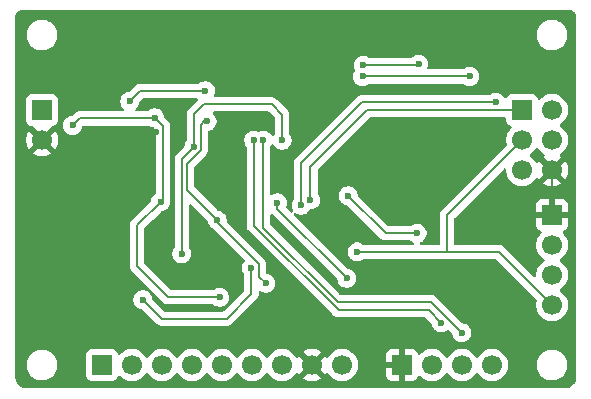
<source format=gbr>
%TF.GenerationSoftware,KiCad,Pcbnew,9.0.1*%
%TF.CreationDate,2025-04-10T12:08:19+02:00*%
%TF.ProjectId,MCU_datalogger,4d43555f-6461-4746-916c-6f676765722e,rev?*%
%TF.SameCoordinates,Original*%
%TF.FileFunction,Copper,L2,Bot*%
%TF.FilePolarity,Positive*%
%FSLAX46Y46*%
G04 Gerber Fmt 4.6, Leading zero omitted, Abs format (unit mm)*
G04 Created by KiCad (PCBNEW 9.0.1) date 2025-04-10 12:08:19*
%MOMM*%
%LPD*%
G01*
G04 APERTURE LIST*
%TA.AperFunction,ComponentPad*%
%ADD10C,1.700000*%
%TD*%
%TA.AperFunction,ComponentPad*%
%ADD11R,1.700000X1.700000*%
%TD*%
%TA.AperFunction,ViaPad*%
%ADD12C,0.600000*%
%TD*%
%TA.AperFunction,Conductor*%
%ADD13C,0.200000*%
%TD*%
G04 APERTURE END LIST*
D10*
%TO.P,J1,4,Pin_4*%
%TO.N,/SCK*%
X171450000Y-107950000D03*
%TO.P,J1,3,Pin_3*%
%TO.N,/SDA*%
X171450000Y-105410000D03*
%TO.P,J1,2,Pin_2*%
%TO.N,/VCC*%
X171450000Y-102870000D03*
D11*
%TO.P,J1,1,Pin_1*%
%TO.N,GND*%
X171450000Y-100330000D03*
%TD*%
%TO.P,J3,1,Pin_1*%
%TO.N,GND*%
X158750000Y-113030000D03*
D10*
%TO.P,J3,2,Pin_2*%
%TO.N,/VCC*%
X161290000Y-113030000D03*
%TO.P,J3,3,Pin_3*%
%TO.N,/RX*%
X163830000Y-113030000D03*
%TO.P,J3,4,Pin_4*%
%TO.N,/TX*%
X166370000Y-113030000D03*
%TD*%
D11*
%TO.P,BT1,1,+*%
%TO.N,/VCC*%
X128270000Y-91440000D03*
D10*
%TO.P,BT1,2,-*%
%TO.N,GND*%
X128270000Y-93980000D03*
%TD*%
D11*
%TO.P,J2,1,Pin_1*%
%TO.N,/D2*%
X133350000Y-113030000D03*
D10*
%TO.P,J2,2,Pin_2*%
%TO.N,/D3*%
X135890000Y-113030000D03*
%TO.P,J2,3,Pin_3*%
%TO.N,/D4*%
X138430000Y-113030000D03*
%TO.P,J2,4,Pin_4*%
%TO.N,/D5*%
X140970000Y-113030000D03*
%TO.P,J2,5,Pin_5*%
%TO.N,/D6*%
X143510000Y-113030000D03*
%TO.P,J2,6,Pin_6*%
%TO.N,/D7*%
X146050000Y-113030000D03*
%TO.P,J2,7,Pin_7*%
%TO.N,/D8*%
X148590000Y-113030000D03*
%TO.P,J2,8,Pin_8*%
%TO.N,GND*%
X151130000Y-113030000D03*
%TO.P,J2,9,Pin_9*%
%TO.N,/VCC*%
X153670000Y-113030000D03*
%TD*%
D11*
%TO.P,J4,1,Pin_1*%
%TO.N,/MISO*%
X168910000Y-91440000D03*
D10*
%TO.P,J4,2,Pin_2*%
%TO.N,/VCC*%
X171450000Y-91440000D03*
%TO.P,J4,3,Pin_3*%
%TO.N,/SCK*%
X168910000Y-93980000D03*
%TO.P,J4,4,Pin_4*%
%TO.N,/MOSI*%
X171450000Y-93980000D03*
%TO.P,J4,5,Pin_5*%
%TO.N,/RESET*%
X168910000Y-96520000D03*
%TO.P,J4,6,Pin_6*%
%TO.N,GND*%
X171450000Y-96520000D03*
%TD*%
D12*
%TO.N,GND*%
X142300000Y-97100000D03*
%TO.N,/SCK*%
X164474365Y-88600000D03*
X155400000Y-88600000D03*
%TO.N,/SDA*%
X136800000Y-107500000D03*
%TO.N,/VCC*%
X137800000Y-92100000D03*
X160020000Y-101871421D03*
X130850000Y-92745000D03*
X143300000Y-107300000D03*
X154200000Y-98700000D03*
X138300000Y-99200000D03*
%TO.N,GND*%
X159000000Y-98200000D03*
X133400000Y-106100000D03*
X137900000Y-93300000D03*
X154092756Y-96307244D03*
X165250000Y-95000000D03*
X134620000Y-93450000D03*
X132302500Y-89900000D03*
X159400000Y-106500000D03*
%TO.N,Net-(C1-Pad1)*%
X135700000Y-90700000D03*
X142100000Y-89800000D03*
%TO.N,/SCK*%
X140100000Y-103600000D03*
X141100000Y-94600000D03*
X148594311Y-94000000D03*
X154940000Y-103450000D03*
%TO.N,/SDA*%
X146000000Y-104800000D03*
%TO.N,/TX*%
X146194311Y-93980000D03*
X162050000Y-109450000D03*
%TO.N,/RX*%
X146994311Y-93980000D03*
X163800000Y-110300000D03*
%TO.N,/RESET*%
X160150000Y-87550000D03*
X155450000Y-87650000D03*
%TO.N,/MOSI*%
X166700000Y-90800000D03*
X150194311Y-99507244D03*
%TO.N,/MISO*%
X150994311Y-99060000D03*
%TO.N,Net-(U4-XTAL1{slash}PB6)*%
X154068545Y-105681421D03*
X148200000Y-99300000D03*
%TO.N,Net-(U4-XTAL2{slash}PB7)*%
X147200000Y-106100000D03*
X143092156Y-100747844D03*
X142240000Y-92400000D03*
%TD*%
D13*
%TO.N,Net-(U4-XTAL2{slash}PB7)*%
X142000000Y-92400000D02*
X142240000Y-92400000D01*
X141700000Y-92700000D02*
X142000000Y-92400000D01*
X141701000Y-94351057D02*
X141700000Y-94350057D01*
X140550000Y-95999943D02*
X141701000Y-94848943D01*
X140550000Y-98205688D02*
X140550000Y-95999943D01*
X143092156Y-100747844D02*
X140550000Y-98205688D01*
X141701000Y-94848943D02*
X141701000Y-94351057D01*
X141700000Y-94350057D02*
X141700000Y-92700000D01*
%TO.N,/SCK*%
X140100000Y-95600000D02*
X141100000Y-94600000D01*
X140100000Y-103600000D02*
X140100000Y-95600000D01*
%TO.N,/MISO*%
X155800000Y-91450000D02*
X168900000Y-91450000D01*
X150994311Y-99060000D02*
X150994311Y-96255689D01*
X150994311Y-96255689D02*
X155800000Y-91450000D01*
X168900000Y-91450000D02*
X168910000Y-91440000D01*
%TO.N,/SCK*%
X164450000Y-88600000D02*
X164474365Y-88600000D01*
X155400000Y-88600000D02*
X164450000Y-88600000D01*
%TO.N,/RESET*%
X155500000Y-87600000D02*
X155450000Y-87650000D01*
X160100000Y-87600000D02*
X155500000Y-87600000D01*
X160150000Y-87550000D02*
X160100000Y-87600000D01*
%TO.N,/SCK*%
X162560000Y-100330000D02*
X168910000Y-93980000D01*
X162560000Y-103450000D02*
X162560000Y-100330000D01*
X162560000Y-103450000D02*
X166950000Y-103450000D01*
X154940000Y-103450000D02*
X162560000Y-103450000D01*
X166950000Y-103450000D02*
X171450000Y-107950000D01*
%TO.N,/VCC*%
X137750000Y-92150000D02*
X137800000Y-92100000D01*
X130850000Y-92745000D02*
X131445000Y-92150000D01*
X131445000Y-92150000D02*
X137750000Y-92150000D01*
%TO.N,GND*%
X137750000Y-93450000D02*
X137900000Y-93300000D01*
X134620000Y-93450000D02*
X137750000Y-93450000D01*
%TO.N,/SCK*%
X141100000Y-91800000D02*
X141100000Y-94600000D01*
X141950000Y-90950000D02*
X141100000Y-91800000D01*
X147700000Y-90950000D02*
X141950000Y-90950000D01*
X148594311Y-91844311D02*
X147700000Y-90950000D01*
X148594311Y-94000000D02*
X148594311Y-91844311D01*
%TO.N,/RX*%
X146994311Y-101394311D02*
X153300000Y-107700000D01*
X146994311Y-93980000D02*
X146994311Y-101394311D01*
X161200000Y-107700000D02*
X163800000Y-110300000D01*
%TO.N,/TX*%
X153367100Y-108400000D02*
X161000000Y-108400000D01*
X161000000Y-108400000D02*
X162050000Y-109450000D01*
X146194311Y-93980000D02*
X146194311Y-101227211D01*
X146194311Y-101227211D02*
X153367100Y-108400000D01*
%TO.N,Net-(U4-XTAL1{slash}PB6)*%
X154068545Y-105681421D02*
X148200000Y-99812876D01*
X148200000Y-99812876D02*
X148200000Y-99300000D01*
%TO.N,/VCC*%
X160020000Y-101871421D02*
X157371421Y-101871421D01*
X157371421Y-101871421D02*
X154200000Y-98700000D01*
%TO.N,Net-(U4-XTAL2{slash}PB7)*%
X146650000Y-104500000D02*
X146650000Y-105550000D01*
X146650000Y-105550000D02*
X147200000Y-106100000D01*
X143092156Y-100942156D02*
X146650000Y-104500000D01*
X143092156Y-100747844D02*
X143092156Y-100942156D01*
%TO.N,/MOSI*%
X155332900Y-90800000D02*
X166700000Y-90800000D01*
X150194311Y-95938589D02*
X155332900Y-90800000D01*
X150194311Y-99507244D02*
X150194311Y-95938589D01*
%TO.N,/SDA*%
X138400000Y-109100000D02*
X143900000Y-109100000D01*
X136800000Y-107500000D02*
X138400000Y-109100000D01*
X143900000Y-109100000D02*
X146000000Y-107000000D01*
X146000000Y-107000000D02*
X146000000Y-104800000D01*
%TO.N,/VCC*%
X143300000Y-107300000D02*
X138950000Y-107300000D01*
X138300000Y-99200000D02*
X138501000Y-98999000D01*
X138950000Y-107300000D02*
X136300000Y-104650000D01*
X138501000Y-92801000D02*
X137800000Y-92100000D01*
X136300000Y-101200000D02*
X138300000Y-99200000D01*
X136300000Y-104650000D02*
X136300000Y-101200000D01*
X138501000Y-98999000D02*
X138501000Y-92801000D01*
%TO.N,GND*%
X159000000Y-98200000D02*
X158988912Y-98211088D01*
X171450000Y-100330000D02*
X171450000Y-96520000D01*
%TO.N,Net-(C1-Pad1)*%
X142100000Y-89800000D02*
X136600000Y-89800000D01*
X136600000Y-89800000D02*
X135700000Y-90700000D01*
%TO.N,/RX*%
X153300000Y-107700000D02*
X161200000Y-107700000D01*
%TD*%
%TA.AperFunction,Conductor*%
%TO.N,GND*%
G36*
X170251444Y-94633999D02*
G01*
X170290486Y-94679056D01*
X170294951Y-94687820D01*
X170419890Y-94859786D01*
X170570213Y-95010109D01*
X170742179Y-95135048D01*
X170742181Y-95135049D01*
X170742184Y-95135051D01*
X170751493Y-95139794D01*
X170802290Y-95187766D01*
X170819087Y-95255587D01*
X170796552Y-95321722D01*
X170751505Y-95360760D01*
X170742446Y-95365376D01*
X170742440Y-95365380D01*
X170688282Y-95404727D01*
X170688282Y-95404728D01*
X171320591Y-96037037D01*
X171257007Y-96054075D01*
X171142993Y-96119901D01*
X171049901Y-96212993D01*
X170984075Y-96327007D01*
X170967037Y-96390591D01*
X170334728Y-95758282D01*
X170334727Y-95758282D01*
X170295380Y-95812440D01*
X170295376Y-95812446D01*
X170290760Y-95821505D01*
X170242781Y-95872297D01*
X170174959Y-95889087D01*
X170108826Y-95866543D01*
X170069794Y-95821493D01*
X170065051Y-95812184D01*
X170065049Y-95812181D01*
X170065048Y-95812179D01*
X169940109Y-95640213D01*
X169789786Y-95489890D01*
X169617820Y-95364951D01*
X169609600Y-95360763D01*
X169609054Y-95360485D01*
X169558259Y-95312512D01*
X169541463Y-95244692D01*
X169563999Y-95178556D01*
X169609054Y-95139515D01*
X169617816Y-95135051D01*
X169692586Y-95080728D01*
X169789786Y-95010109D01*
X169789788Y-95010106D01*
X169789792Y-95010104D01*
X169940104Y-94859792D01*
X169940106Y-94859788D01*
X169940109Y-94859786D01*
X170065048Y-94687820D01*
X170065047Y-94687820D01*
X170065051Y-94687816D01*
X170069514Y-94679054D01*
X170117488Y-94628259D01*
X170185308Y-94611463D01*
X170251444Y-94633999D01*
G37*
%TD.AperFunction*%
%TA.AperFunction,Conductor*%
G36*
X173006922Y-83001280D02*
G01*
X173097266Y-83011459D01*
X173124331Y-83017636D01*
X173203540Y-83045352D01*
X173228553Y-83057398D01*
X173299606Y-83102043D01*
X173321313Y-83119355D01*
X173380644Y-83178686D01*
X173397957Y-83200395D01*
X173442600Y-83271444D01*
X173454648Y-83296462D01*
X173482362Y-83375666D01*
X173488540Y-83402735D01*
X173498720Y-83493076D01*
X173499500Y-83506961D01*
X173499500Y-113994586D01*
X173499028Y-114005393D01*
X173499028Y-114005394D01*
X173485260Y-114162753D01*
X173481507Y-114184038D01*
X173442030Y-114331369D01*
X173434637Y-114351681D01*
X173370177Y-114489915D01*
X173359370Y-114508633D01*
X173271880Y-114633582D01*
X173257986Y-114650140D01*
X173150140Y-114757986D01*
X173133582Y-114771880D01*
X173008633Y-114859370D01*
X172989915Y-114870177D01*
X172851681Y-114934637D01*
X172831369Y-114942030D01*
X172684038Y-114981507D01*
X172662753Y-114985260D01*
X172505395Y-114999028D01*
X172494587Y-114999500D01*
X127005413Y-114999500D01*
X126994605Y-114999028D01*
X126837246Y-114985260D01*
X126815961Y-114981507D01*
X126668630Y-114942030D01*
X126648318Y-114934637D01*
X126510084Y-114870177D01*
X126491366Y-114859370D01*
X126366417Y-114771880D01*
X126349859Y-114757986D01*
X126242013Y-114650140D01*
X126228119Y-114633582D01*
X126140629Y-114508633D01*
X126129822Y-114489915D01*
X126065362Y-114351681D01*
X126057969Y-114331369D01*
X126032206Y-114235218D01*
X126018491Y-114184035D01*
X126014739Y-114162752D01*
X126013209Y-114145269D01*
X126000972Y-114005393D01*
X126000500Y-113994586D01*
X126000500Y-112927648D01*
X126969500Y-112927648D01*
X126969500Y-113132351D01*
X127001522Y-113334534D01*
X127064781Y-113529223D01*
X127128691Y-113654653D01*
X127143644Y-113683999D01*
X127157715Y-113711613D01*
X127278028Y-113877213D01*
X127422786Y-114021971D01*
X127560928Y-114122335D01*
X127588390Y-114142287D01*
X127672319Y-114185051D01*
X127770776Y-114235218D01*
X127770778Y-114235218D01*
X127770781Y-114235220D01*
X127875137Y-114269127D01*
X127965465Y-114298477D01*
X128066557Y-114314488D01*
X128167648Y-114330500D01*
X128167649Y-114330500D01*
X128372351Y-114330500D01*
X128372352Y-114330500D01*
X128574534Y-114298477D01*
X128769219Y-114235220D01*
X128951610Y-114142287D01*
X129064726Y-114060104D01*
X129117213Y-114021971D01*
X129117215Y-114021968D01*
X129117219Y-114021966D01*
X129261966Y-113877219D01*
X129261968Y-113877215D01*
X129261971Y-113877213D01*
X129363244Y-113737820D01*
X129382287Y-113711610D01*
X129475220Y-113529219D01*
X129538477Y-113334534D01*
X129570500Y-113132352D01*
X129570500Y-112927648D01*
X129556144Y-112837007D01*
X129538477Y-112725465D01*
X129507426Y-112629901D01*
X129475220Y-112530781D01*
X129475218Y-112530778D01*
X129475218Y-112530776D01*
X129382287Y-112348390D01*
X129275705Y-112201691D01*
X129275704Y-112201690D01*
X129261967Y-112182782D01*
X129211320Y-112132135D01*
X131999500Y-112132135D01*
X131999500Y-113927870D01*
X131999501Y-113927876D01*
X132005908Y-113987483D01*
X132056202Y-114122328D01*
X132056206Y-114122335D01*
X132142452Y-114237544D01*
X132142455Y-114237547D01*
X132257664Y-114323793D01*
X132257671Y-114323797D01*
X132392517Y-114374091D01*
X132392516Y-114374091D01*
X132399444Y-114374835D01*
X132452127Y-114380500D01*
X134247872Y-114380499D01*
X134307483Y-114374091D01*
X134442331Y-114323796D01*
X134557546Y-114237546D01*
X134643796Y-114122331D01*
X134692810Y-113990916D01*
X134734681Y-113934984D01*
X134800145Y-113910566D01*
X134868418Y-113925417D01*
X134896673Y-113946569D01*
X135010213Y-114060109D01*
X135182179Y-114185048D01*
X135182181Y-114185049D01*
X135182184Y-114185051D01*
X135371588Y-114281557D01*
X135573757Y-114347246D01*
X135783713Y-114380500D01*
X135783714Y-114380500D01*
X135996286Y-114380500D01*
X135996287Y-114380500D01*
X136206243Y-114347246D01*
X136408412Y-114281557D01*
X136597816Y-114185051D01*
X136684138Y-114122335D01*
X136769786Y-114060109D01*
X136769788Y-114060106D01*
X136769792Y-114060104D01*
X136920104Y-113909792D01*
X136920106Y-113909788D01*
X136920109Y-113909786D01*
X137045048Y-113737820D01*
X137045047Y-113737820D01*
X137045051Y-113737816D01*
X137049514Y-113729054D01*
X137097488Y-113678259D01*
X137165308Y-113661463D01*
X137231444Y-113683999D01*
X137270486Y-113729056D01*
X137274951Y-113737820D01*
X137399890Y-113909786D01*
X137550213Y-114060109D01*
X137722179Y-114185048D01*
X137722181Y-114185049D01*
X137722184Y-114185051D01*
X137911588Y-114281557D01*
X138113757Y-114347246D01*
X138323713Y-114380500D01*
X138323714Y-114380500D01*
X138536286Y-114380500D01*
X138536287Y-114380500D01*
X138746243Y-114347246D01*
X138948412Y-114281557D01*
X139137816Y-114185051D01*
X139224138Y-114122335D01*
X139309786Y-114060109D01*
X139309788Y-114060106D01*
X139309792Y-114060104D01*
X139460104Y-113909792D01*
X139460106Y-113909788D01*
X139460109Y-113909786D01*
X139585048Y-113737820D01*
X139585047Y-113737820D01*
X139585051Y-113737816D01*
X139589514Y-113729054D01*
X139637488Y-113678259D01*
X139705308Y-113661463D01*
X139771444Y-113683999D01*
X139810486Y-113729056D01*
X139814951Y-113737820D01*
X139939890Y-113909786D01*
X140090213Y-114060109D01*
X140262179Y-114185048D01*
X140262181Y-114185049D01*
X140262184Y-114185051D01*
X140451588Y-114281557D01*
X140653757Y-114347246D01*
X140863713Y-114380500D01*
X140863714Y-114380500D01*
X141076286Y-114380500D01*
X141076287Y-114380500D01*
X141286243Y-114347246D01*
X141488412Y-114281557D01*
X141677816Y-114185051D01*
X141764138Y-114122335D01*
X141849786Y-114060109D01*
X141849788Y-114060106D01*
X141849792Y-114060104D01*
X142000104Y-113909792D01*
X142000106Y-113909788D01*
X142000109Y-113909786D01*
X142125048Y-113737820D01*
X142125047Y-113737820D01*
X142125051Y-113737816D01*
X142129514Y-113729054D01*
X142177488Y-113678259D01*
X142245308Y-113661463D01*
X142311444Y-113683999D01*
X142350486Y-113729056D01*
X142354951Y-113737820D01*
X142479890Y-113909786D01*
X142630213Y-114060109D01*
X142802179Y-114185048D01*
X142802181Y-114185049D01*
X142802184Y-114185051D01*
X142991588Y-114281557D01*
X143193757Y-114347246D01*
X143403713Y-114380500D01*
X143403714Y-114380500D01*
X143616286Y-114380500D01*
X143616287Y-114380500D01*
X143826243Y-114347246D01*
X144028412Y-114281557D01*
X144217816Y-114185051D01*
X144304138Y-114122335D01*
X144389786Y-114060109D01*
X144389788Y-114060106D01*
X144389792Y-114060104D01*
X144540104Y-113909792D01*
X144540106Y-113909788D01*
X144540109Y-113909786D01*
X144665048Y-113737820D01*
X144665047Y-113737820D01*
X144665051Y-113737816D01*
X144669514Y-113729054D01*
X144717488Y-113678259D01*
X144785308Y-113661463D01*
X144851444Y-113683999D01*
X144890486Y-113729056D01*
X144894951Y-113737820D01*
X145019890Y-113909786D01*
X145170213Y-114060109D01*
X145342179Y-114185048D01*
X145342181Y-114185049D01*
X145342184Y-114185051D01*
X145531588Y-114281557D01*
X145733757Y-114347246D01*
X145943713Y-114380500D01*
X145943714Y-114380500D01*
X146156286Y-114380500D01*
X146156287Y-114380500D01*
X146366243Y-114347246D01*
X146568412Y-114281557D01*
X146757816Y-114185051D01*
X146844138Y-114122335D01*
X146929786Y-114060109D01*
X146929788Y-114060106D01*
X146929792Y-114060104D01*
X147080104Y-113909792D01*
X147080106Y-113909788D01*
X147080109Y-113909786D01*
X147205048Y-113737820D01*
X147205047Y-113737820D01*
X147205051Y-113737816D01*
X147209514Y-113729054D01*
X147257488Y-113678259D01*
X147325308Y-113661463D01*
X147391444Y-113683999D01*
X147430486Y-113729056D01*
X147434951Y-113737820D01*
X147559890Y-113909786D01*
X147710213Y-114060109D01*
X147882179Y-114185048D01*
X147882181Y-114185049D01*
X147882184Y-114185051D01*
X148071588Y-114281557D01*
X148273757Y-114347246D01*
X148483713Y-114380500D01*
X148483714Y-114380500D01*
X148696286Y-114380500D01*
X148696287Y-114380500D01*
X148906243Y-114347246D01*
X149108412Y-114281557D01*
X149297816Y-114185051D01*
X149384138Y-114122335D01*
X149469786Y-114060109D01*
X149469788Y-114060106D01*
X149469792Y-114060104D01*
X149620104Y-113909792D01*
X149620106Y-113909788D01*
X149620109Y-113909786D01*
X149705890Y-113791717D01*
X149745051Y-113737816D01*
X149749793Y-113728508D01*
X149797763Y-113677711D01*
X149865583Y-113660911D01*
X149931719Y-113683445D01*
X149970763Y-113728500D01*
X149975373Y-113737547D01*
X150014728Y-113791716D01*
X150647037Y-113159408D01*
X150664075Y-113222993D01*
X150729901Y-113337007D01*
X150822993Y-113430099D01*
X150937007Y-113495925D01*
X151000590Y-113512962D01*
X150368282Y-114145269D01*
X150368282Y-114145270D01*
X150422449Y-114184624D01*
X150611782Y-114281095D01*
X150813870Y-114346757D01*
X151023754Y-114380000D01*
X151236246Y-114380000D01*
X151446127Y-114346757D01*
X151446130Y-114346757D01*
X151648217Y-114281095D01*
X151837554Y-114184622D01*
X151891716Y-114145270D01*
X151891717Y-114145270D01*
X151259408Y-113512962D01*
X151322993Y-113495925D01*
X151437007Y-113430099D01*
X151530099Y-113337007D01*
X151595925Y-113222993D01*
X151612962Y-113159408D01*
X152245270Y-113791717D01*
X152245270Y-113791716D01*
X152284622Y-113737555D01*
X152289232Y-113728507D01*
X152337205Y-113677709D01*
X152405025Y-113660912D01*
X152471161Y-113683447D01*
X152510204Y-113728504D01*
X152514949Y-113737817D01*
X152639890Y-113909786D01*
X152790213Y-114060109D01*
X152962179Y-114185048D01*
X152962181Y-114185049D01*
X152962184Y-114185051D01*
X153151588Y-114281557D01*
X153353757Y-114347246D01*
X153563713Y-114380500D01*
X153563714Y-114380500D01*
X153776286Y-114380500D01*
X153776287Y-114380500D01*
X153986243Y-114347246D01*
X154188412Y-114281557D01*
X154377816Y-114185051D01*
X154464138Y-114122335D01*
X154549786Y-114060109D01*
X154549788Y-114060106D01*
X154549792Y-114060104D01*
X154700104Y-113909792D01*
X154700106Y-113909788D01*
X154700109Y-113909786D01*
X154825048Y-113737820D01*
X154825047Y-113737820D01*
X154825051Y-113737816D01*
X154921557Y-113548412D01*
X154987246Y-113346243D01*
X155020500Y-113136287D01*
X155020500Y-112923713D01*
X154987246Y-112713757D01*
X154921557Y-112511588D01*
X154825051Y-112322184D01*
X154825049Y-112322181D01*
X154825048Y-112322179D01*
X154737542Y-112201736D01*
X154700109Y-112150214D01*
X154700105Y-112150209D01*
X154682051Y-112132155D01*
X157400000Y-112132155D01*
X157400000Y-112780000D01*
X158316988Y-112780000D01*
X158284075Y-112837007D01*
X158250000Y-112964174D01*
X158250000Y-113095826D01*
X158284075Y-113222993D01*
X158316988Y-113280000D01*
X157400000Y-113280000D01*
X157400000Y-113927844D01*
X157406401Y-113987372D01*
X157406403Y-113987379D01*
X157456645Y-114122086D01*
X157456649Y-114122093D01*
X157542809Y-114237187D01*
X157542812Y-114237190D01*
X157657906Y-114323350D01*
X157657913Y-114323354D01*
X157792620Y-114373596D01*
X157792627Y-114373598D01*
X157852155Y-114379999D01*
X157852172Y-114380000D01*
X158500000Y-114380000D01*
X158500000Y-113463012D01*
X158557007Y-113495925D01*
X158684174Y-113530000D01*
X158815826Y-113530000D01*
X158942993Y-113495925D01*
X159000000Y-113463012D01*
X159000000Y-114380000D01*
X159647828Y-114380000D01*
X159647844Y-114379999D01*
X159707372Y-114373598D01*
X159707379Y-114373596D01*
X159842086Y-114323354D01*
X159842093Y-114323350D01*
X159957187Y-114237190D01*
X159957190Y-114237187D01*
X160043350Y-114122093D01*
X160043354Y-114122086D01*
X160092422Y-113990529D01*
X160134293Y-113934595D01*
X160199757Y-113910178D01*
X160268030Y-113925030D01*
X160296285Y-113946181D01*
X160410213Y-114060109D01*
X160582179Y-114185048D01*
X160582181Y-114185049D01*
X160582184Y-114185051D01*
X160771588Y-114281557D01*
X160973757Y-114347246D01*
X161183713Y-114380500D01*
X161183714Y-114380500D01*
X161396286Y-114380500D01*
X161396287Y-114380500D01*
X161606243Y-114347246D01*
X161808412Y-114281557D01*
X161997816Y-114185051D01*
X162084138Y-114122335D01*
X162169786Y-114060109D01*
X162169788Y-114060106D01*
X162169792Y-114060104D01*
X162320104Y-113909792D01*
X162320106Y-113909788D01*
X162320109Y-113909786D01*
X162445048Y-113737820D01*
X162445047Y-113737820D01*
X162445051Y-113737816D01*
X162449514Y-113729054D01*
X162497488Y-113678259D01*
X162565308Y-113661463D01*
X162631444Y-113683999D01*
X162670486Y-113729056D01*
X162674951Y-113737820D01*
X162799890Y-113909786D01*
X162950213Y-114060109D01*
X163122179Y-114185048D01*
X163122181Y-114185049D01*
X163122184Y-114185051D01*
X163311588Y-114281557D01*
X163513757Y-114347246D01*
X163723713Y-114380500D01*
X163723714Y-114380500D01*
X163936286Y-114380500D01*
X163936287Y-114380500D01*
X164146243Y-114347246D01*
X164348412Y-114281557D01*
X164537816Y-114185051D01*
X164624138Y-114122335D01*
X164709786Y-114060109D01*
X164709788Y-114060106D01*
X164709792Y-114060104D01*
X164860104Y-113909792D01*
X164860106Y-113909788D01*
X164860109Y-113909786D01*
X164985048Y-113737820D01*
X164985047Y-113737820D01*
X164985051Y-113737816D01*
X164989514Y-113729054D01*
X165037488Y-113678259D01*
X165105308Y-113661463D01*
X165171444Y-113683999D01*
X165210486Y-113729056D01*
X165214951Y-113737820D01*
X165339890Y-113909786D01*
X165490213Y-114060109D01*
X165662179Y-114185048D01*
X165662181Y-114185049D01*
X165662184Y-114185051D01*
X165851588Y-114281557D01*
X166053757Y-114347246D01*
X166263713Y-114380500D01*
X166263714Y-114380500D01*
X166476286Y-114380500D01*
X166476287Y-114380500D01*
X166686243Y-114347246D01*
X166888412Y-114281557D01*
X167077816Y-114185051D01*
X167164138Y-114122335D01*
X167249786Y-114060109D01*
X167249788Y-114060106D01*
X167249792Y-114060104D01*
X167400104Y-113909792D01*
X167400106Y-113909788D01*
X167400109Y-113909786D01*
X167525048Y-113737820D01*
X167525047Y-113737820D01*
X167525051Y-113737816D01*
X167621557Y-113548412D01*
X167687246Y-113346243D01*
X167720500Y-113136287D01*
X167720500Y-112927648D01*
X170149500Y-112927648D01*
X170149500Y-113132351D01*
X170181522Y-113334534D01*
X170244781Y-113529223D01*
X170308691Y-113654653D01*
X170323644Y-113683999D01*
X170337715Y-113711613D01*
X170458028Y-113877213D01*
X170602786Y-114021971D01*
X170740928Y-114122335D01*
X170768390Y-114142287D01*
X170852319Y-114185051D01*
X170950776Y-114235218D01*
X170950778Y-114235218D01*
X170950781Y-114235220D01*
X171055137Y-114269127D01*
X171145465Y-114298477D01*
X171246557Y-114314488D01*
X171347648Y-114330500D01*
X171347649Y-114330500D01*
X171552351Y-114330500D01*
X171552352Y-114330500D01*
X171754534Y-114298477D01*
X171949219Y-114235220D01*
X172131610Y-114142287D01*
X172244726Y-114060104D01*
X172297213Y-114021971D01*
X172297215Y-114021968D01*
X172297219Y-114021966D01*
X172441966Y-113877219D01*
X172441968Y-113877215D01*
X172441971Y-113877213D01*
X172543244Y-113737820D01*
X172562287Y-113711610D01*
X172655220Y-113529219D01*
X172718477Y-113334534D01*
X172750500Y-113132352D01*
X172750500Y-112927648D01*
X172736144Y-112837007D01*
X172718477Y-112725465D01*
X172687426Y-112629901D01*
X172655220Y-112530781D01*
X172655218Y-112530778D01*
X172655218Y-112530776D01*
X172588118Y-112399087D01*
X172562287Y-112348390D01*
X172543438Y-112322446D01*
X172441971Y-112182786D01*
X172297213Y-112038028D01*
X172131613Y-111917715D01*
X172131612Y-111917714D01*
X172131610Y-111917713D01*
X172048527Y-111875380D01*
X171949223Y-111824781D01*
X171754534Y-111761522D01*
X171579995Y-111733878D01*
X171552352Y-111729500D01*
X171347648Y-111729500D01*
X171323329Y-111733351D01*
X171145465Y-111761522D01*
X170950776Y-111824781D01*
X170768386Y-111917715D01*
X170602786Y-112038028D01*
X170458028Y-112182786D01*
X170337715Y-112348386D01*
X170244781Y-112530776D01*
X170181522Y-112725465D01*
X170149500Y-112927648D01*
X167720500Y-112927648D01*
X167720500Y-112923713D01*
X167687246Y-112713757D01*
X167621557Y-112511588D01*
X167525051Y-112322184D01*
X167525049Y-112322181D01*
X167525048Y-112322179D01*
X167400109Y-112150213D01*
X167249786Y-111999890D01*
X167077820Y-111874951D01*
X166888414Y-111778444D01*
X166888413Y-111778443D01*
X166888412Y-111778443D01*
X166686243Y-111712754D01*
X166686241Y-111712753D01*
X166686240Y-111712753D01*
X166524957Y-111687208D01*
X166476287Y-111679500D01*
X166263713Y-111679500D01*
X166215042Y-111687208D01*
X166053760Y-111712753D01*
X165851585Y-111778444D01*
X165662179Y-111874951D01*
X165490213Y-111999890D01*
X165339890Y-112150213D01*
X165214949Y-112322182D01*
X165210484Y-112330946D01*
X165162509Y-112381742D01*
X165094688Y-112398536D01*
X165028553Y-112375998D01*
X164989516Y-112330946D01*
X164985050Y-112322182D01*
X164860109Y-112150213D01*
X164709786Y-111999890D01*
X164537820Y-111874951D01*
X164348414Y-111778444D01*
X164348413Y-111778443D01*
X164348412Y-111778443D01*
X164146243Y-111712754D01*
X164146241Y-111712753D01*
X164146240Y-111712753D01*
X163984957Y-111687208D01*
X163936287Y-111679500D01*
X163723713Y-111679500D01*
X163675042Y-111687208D01*
X163513760Y-111712753D01*
X163311585Y-111778444D01*
X163122179Y-111874951D01*
X162950213Y-111999890D01*
X162799890Y-112150213D01*
X162674949Y-112322182D01*
X162670484Y-112330946D01*
X162622509Y-112381742D01*
X162554688Y-112398536D01*
X162488553Y-112375998D01*
X162449516Y-112330946D01*
X162445050Y-112322182D01*
X162320109Y-112150213D01*
X162169786Y-111999890D01*
X161997820Y-111874951D01*
X161808414Y-111778444D01*
X161808413Y-111778443D01*
X161808412Y-111778443D01*
X161606243Y-111712754D01*
X161606241Y-111712753D01*
X161606240Y-111712753D01*
X161444957Y-111687208D01*
X161396287Y-111679500D01*
X161183713Y-111679500D01*
X161135042Y-111687208D01*
X160973760Y-111712753D01*
X160771585Y-111778444D01*
X160582179Y-111874951D01*
X160410215Y-111999889D01*
X160296285Y-112113819D01*
X160234962Y-112147303D01*
X160165270Y-112142319D01*
X160109337Y-112100447D01*
X160092422Y-112069470D01*
X160043354Y-111937913D01*
X160043350Y-111937906D01*
X159957190Y-111822812D01*
X159957187Y-111822809D01*
X159842093Y-111736649D01*
X159842086Y-111736645D01*
X159707379Y-111686403D01*
X159707372Y-111686401D01*
X159647844Y-111680000D01*
X159000000Y-111680000D01*
X159000000Y-112596988D01*
X158942993Y-112564075D01*
X158815826Y-112530000D01*
X158684174Y-112530000D01*
X158557007Y-112564075D01*
X158500000Y-112596988D01*
X158500000Y-111680000D01*
X157852155Y-111680000D01*
X157792627Y-111686401D01*
X157792620Y-111686403D01*
X157657913Y-111736645D01*
X157657906Y-111736649D01*
X157542812Y-111822809D01*
X157542809Y-111822812D01*
X157456649Y-111937906D01*
X157456645Y-111937913D01*
X157406403Y-112072620D01*
X157406401Y-112072627D01*
X157400000Y-112132155D01*
X154682051Y-112132155D01*
X154549786Y-111999890D01*
X154377820Y-111874951D01*
X154188414Y-111778444D01*
X154188413Y-111778443D01*
X154188412Y-111778443D01*
X153986243Y-111712754D01*
X153986241Y-111712753D01*
X153986240Y-111712753D01*
X153824957Y-111687208D01*
X153776287Y-111679500D01*
X153563713Y-111679500D01*
X153515042Y-111687208D01*
X153353760Y-111712753D01*
X153151585Y-111778444D01*
X152962179Y-111874951D01*
X152790213Y-111999890D01*
X152639890Y-112150213D01*
X152514949Y-112322182D01*
X152510202Y-112331499D01*
X152462227Y-112382293D01*
X152394405Y-112399087D01*
X152328271Y-112376548D01*
X152289234Y-112331495D01*
X152284626Y-112322452D01*
X152245270Y-112268282D01*
X152245269Y-112268282D01*
X151612962Y-112900590D01*
X151595925Y-112837007D01*
X151530099Y-112722993D01*
X151437007Y-112629901D01*
X151322993Y-112564075D01*
X151259409Y-112547037D01*
X151891716Y-111914728D01*
X151837550Y-111875375D01*
X151648217Y-111778904D01*
X151446129Y-111713242D01*
X151236246Y-111680000D01*
X151023754Y-111680000D01*
X150813872Y-111713242D01*
X150813869Y-111713242D01*
X150611782Y-111778904D01*
X150422439Y-111875380D01*
X150368282Y-111914727D01*
X150368282Y-111914728D01*
X151000591Y-112547037D01*
X150937007Y-112564075D01*
X150822993Y-112629901D01*
X150729901Y-112722993D01*
X150664075Y-112837007D01*
X150647037Y-112900591D01*
X150014728Y-112268282D01*
X150014727Y-112268282D01*
X149975380Y-112322440D01*
X149975376Y-112322446D01*
X149970760Y-112331505D01*
X149922781Y-112382297D01*
X149854959Y-112399087D01*
X149788826Y-112376543D01*
X149749794Y-112331493D01*
X149745051Y-112322184D01*
X149745049Y-112322181D01*
X149745048Y-112322179D01*
X149620109Y-112150213D01*
X149469786Y-111999890D01*
X149297820Y-111874951D01*
X149108414Y-111778444D01*
X149108413Y-111778443D01*
X149108412Y-111778443D01*
X148906243Y-111712754D01*
X148906241Y-111712753D01*
X148906240Y-111712753D01*
X148744957Y-111687208D01*
X148696287Y-111679500D01*
X148483713Y-111679500D01*
X148435042Y-111687208D01*
X148273760Y-111712753D01*
X148071585Y-111778444D01*
X147882179Y-111874951D01*
X147710213Y-111999890D01*
X147559890Y-112150213D01*
X147434949Y-112322182D01*
X147430484Y-112330946D01*
X147382509Y-112381742D01*
X147314688Y-112398536D01*
X147248553Y-112375998D01*
X147209516Y-112330946D01*
X147205050Y-112322182D01*
X147080109Y-112150213D01*
X146929786Y-111999890D01*
X146757820Y-111874951D01*
X146568414Y-111778444D01*
X146568413Y-111778443D01*
X146568412Y-111778443D01*
X146366243Y-111712754D01*
X146366241Y-111712753D01*
X146366240Y-111712753D01*
X146204957Y-111687208D01*
X146156287Y-111679500D01*
X145943713Y-111679500D01*
X145895042Y-111687208D01*
X145733760Y-111712753D01*
X145531585Y-111778444D01*
X145342179Y-111874951D01*
X145170213Y-111999890D01*
X145019890Y-112150213D01*
X144894949Y-112322182D01*
X144890484Y-112330946D01*
X144842509Y-112381742D01*
X144774688Y-112398536D01*
X144708553Y-112375998D01*
X144669516Y-112330946D01*
X144665050Y-112322182D01*
X144540109Y-112150213D01*
X144389786Y-111999890D01*
X144217820Y-111874951D01*
X144028414Y-111778444D01*
X144028413Y-111778443D01*
X144028412Y-111778443D01*
X143826243Y-111712754D01*
X143826241Y-111712753D01*
X143826240Y-111712753D01*
X143664957Y-111687208D01*
X143616287Y-111679500D01*
X143403713Y-111679500D01*
X143355042Y-111687208D01*
X143193760Y-111712753D01*
X142991585Y-111778444D01*
X142802179Y-111874951D01*
X142630213Y-111999890D01*
X142479890Y-112150213D01*
X142354949Y-112322182D01*
X142350484Y-112330946D01*
X142302509Y-112381742D01*
X142234688Y-112398536D01*
X142168553Y-112375998D01*
X142129516Y-112330946D01*
X142125050Y-112322182D01*
X142000109Y-112150213D01*
X141849786Y-111999890D01*
X141677820Y-111874951D01*
X141488414Y-111778444D01*
X141488413Y-111778443D01*
X141488412Y-111778443D01*
X141286243Y-111712754D01*
X141286241Y-111712753D01*
X141286240Y-111712753D01*
X141124957Y-111687208D01*
X141076287Y-111679500D01*
X140863713Y-111679500D01*
X140815042Y-111687208D01*
X140653760Y-111712753D01*
X140451585Y-111778444D01*
X140262179Y-111874951D01*
X140090213Y-111999890D01*
X139939890Y-112150213D01*
X139814949Y-112322182D01*
X139810484Y-112330946D01*
X139762509Y-112381742D01*
X139694688Y-112398536D01*
X139628553Y-112375998D01*
X139589516Y-112330946D01*
X139585050Y-112322182D01*
X139460109Y-112150213D01*
X139309786Y-111999890D01*
X139137820Y-111874951D01*
X138948414Y-111778444D01*
X138948413Y-111778443D01*
X138948412Y-111778443D01*
X138746243Y-111712754D01*
X138746241Y-111712753D01*
X138746240Y-111712753D01*
X138584957Y-111687208D01*
X138536287Y-111679500D01*
X138323713Y-111679500D01*
X138275042Y-111687208D01*
X138113760Y-111712753D01*
X137911585Y-111778444D01*
X137722179Y-111874951D01*
X137550213Y-111999890D01*
X137399890Y-112150213D01*
X137274949Y-112322182D01*
X137270484Y-112330946D01*
X137222509Y-112381742D01*
X137154688Y-112398536D01*
X137088553Y-112375998D01*
X137049516Y-112330946D01*
X137045050Y-112322182D01*
X136920109Y-112150213D01*
X136769786Y-111999890D01*
X136597820Y-111874951D01*
X136408414Y-111778444D01*
X136408413Y-111778443D01*
X136408412Y-111778443D01*
X136206243Y-111712754D01*
X136206241Y-111712753D01*
X136206240Y-111712753D01*
X136044957Y-111687208D01*
X135996287Y-111679500D01*
X135783713Y-111679500D01*
X135735042Y-111687208D01*
X135573760Y-111712753D01*
X135371585Y-111778444D01*
X135182179Y-111874951D01*
X135010215Y-111999889D01*
X134896673Y-112113431D01*
X134835350Y-112146915D01*
X134765658Y-112141931D01*
X134709725Y-112100059D01*
X134692810Y-112069082D01*
X134643797Y-111937671D01*
X134643793Y-111937664D01*
X134557547Y-111822455D01*
X134557544Y-111822452D01*
X134442335Y-111736206D01*
X134442328Y-111736202D01*
X134307482Y-111685908D01*
X134307483Y-111685908D01*
X134247883Y-111679501D01*
X134247881Y-111679500D01*
X134247873Y-111679500D01*
X134247864Y-111679500D01*
X132452129Y-111679500D01*
X132452123Y-111679501D01*
X132392516Y-111685908D01*
X132257671Y-111736202D01*
X132257664Y-111736206D01*
X132142455Y-111822452D01*
X132142452Y-111822455D01*
X132056206Y-111937664D01*
X132056202Y-111937671D01*
X132005908Y-112072517D01*
X131999501Y-112132116D01*
X131999500Y-112132135D01*
X129211320Y-112132135D01*
X129117213Y-112038028D01*
X128951613Y-111917715D01*
X128951612Y-111917714D01*
X128951610Y-111917713D01*
X128868527Y-111875380D01*
X128769223Y-111824781D01*
X128574534Y-111761522D01*
X128399995Y-111733878D01*
X128372352Y-111729500D01*
X128167648Y-111729500D01*
X128143329Y-111733351D01*
X127965465Y-111761522D01*
X127770776Y-111824781D01*
X127588386Y-111917715D01*
X127422786Y-112038028D01*
X127278028Y-112182786D01*
X127157715Y-112348386D01*
X127064781Y-112530776D01*
X127001522Y-112725465D01*
X126969500Y-112927648D01*
X126000500Y-112927648D01*
X126000500Y-90542135D01*
X126919500Y-90542135D01*
X126919500Y-92337870D01*
X126919501Y-92337876D01*
X126925908Y-92397483D01*
X126976202Y-92532328D01*
X126976206Y-92532335D01*
X127062452Y-92647544D01*
X127062455Y-92647547D01*
X127177664Y-92733793D01*
X127177671Y-92733797D01*
X127222455Y-92750500D01*
X127312517Y-92784091D01*
X127372127Y-92790500D01*
X127382685Y-92790499D01*
X127449723Y-92810179D01*
X127470372Y-92826818D01*
X128140591Y-93497037D01*
X128077007Y-93514075D01*
X127962993Y-93579901D01*
X127869901Y-93672993D01*
X127804075Y-93787007D01*
X127787037Y-93850591D01*
X127154728Y-93218282D01*
X127154727Y-93218282D01*
X127115380Y-93272439D01*
X127018904Y-93461782D01*
X126953242Y-93663869D01*
X126953242Y-93663872D01*
X126920000Y-93873753D01*
X126920000Y-94086246D01*
X126953242Y-94296127D01*
X126953242Y-94296130D01*
X127018904Y-94498217D01*
X127115375Y-94687550D01*
X127154728Y-94741716D01*
X127787037Y-94109408D01*
X127804075Y-94172993D01*
X127869901Y-94287007D01*
X127962993Y-94380099D01*
X128077007Y-94445925D01*
X128140590Y-94462962D01*
X127508282Y-95095269D01*
X127508282Y-95095270D01*
X127562449Y-95134624D01*
X127751782Y-95231095D01*
X127953870Y-95296757D01*
X128163754Y-95330000D01*
X128376246Y-95330000D01*
X128586127Y-95296757D01*
X128586130Y-95296757D01*
X128788217Y-95231095D01*
X128977554Y-95134622D01*
X129031716Y-95095270D01*
X129031717Y-95095270D01*
X128399408Y-94462962D01*
X128462993Y-94445925D01*
X128577007Y-94380099D01*
X128670099Y-94287007D01*
X128735925Y-94172993D01*
X128752962Y-94109409D01*
X129385270Y-94741717D01*
X129385270Y-94741716D01*
X129424622Y-94687554D01*
X129521095Y-94498217D01*
X129586757Y-94296130D01*
X129586757Y-94296127D01*
X129620000Y-94086246D01*
X129620000Y-93873753D01*
X129586757Y-93663872D01*
X129586757Y-93663869D01*
X129521095Y-93461782D01*
X129424624Y-93272449D01*
X129385270Y-93218282D01*
X129385269Y-93218282D01*
X128752962Y-93850590D01*
X128735925Y-93787007D01*
X128670099Y-93672993D01*
X128577007Y-93579901D01*
X128462993Y-93514075D01*
X128399409Y-93497037D01*
X129069627Y-92826818D01*
X129130950Y-92793333D01*
X129157307Y-92790499D01*
X129167872Y-92790499D01*
X129227483Y-92784091D01*
X129362331Y-92733796D01*
X129452690Y-92666153D01*
X130049500Y-92666153D01*
X130049500Y-92823846D01*
X130080261Y-92978489D01*
X130080264Y-92978501D01*
X130140602Y-93124172D01*
X130140609Y-93124185D01*
X130228210Y-93255288D01*
X130228213Y-93255292D01*
X130339707Y-93366786D01*
X130339711Y-93366789D01*
X130470814Y-93454390D01*
X130470827Y-93454397D01*
X130556084Y-93489711D01*
X130616503Y-93514737D01*
X130771153Y-93545499D01*
X130771156Y-93545500D01*
X130771158Y-93545500D01*
X130928844Y-93545500D01*
X130928845Y-93545499D01*
X131083497Y-93514737D01*
X131229179Y-93454394D01*
X131360289Y-93366789D01*
X131471789Y-93255289D01*
X131559394Y-93124179D01*
X131619737Y-92978497D01*
X131633481Y-92909401D01*
X131645236Y-92850309D01*
X131677621Y-92788398D01*
X131738337Y-92753823D01*
X131766853Y-92750500D01*
X137295065Y-92750500D01*
X137362104Y-92770185D01*
X137363909Y-92771366D01*
X137420821Y-92809394D01*
X137420823Y-92809395D01*
X137420827Y-92809397D01*
X137519599Y-92850309D01*
X137566503Y-92869737D01*
X137668608Y-92890047D01*
X137721846Y-92900637D01*
X137738600Y-92909401D01*
X137757081Y-92913421D01*
X137782124Y-92932168D01*
X137783757Y-92933022D01*
X137785336Y-92934572D01*
X137864181Y-93013416D01*
X137897666Y-93074739D01*
X137900500Y-93101098D01*
X137900500Y-98437904D01*
X137880815Y-98504943D01*
X137845391Y-98541006D01*
X137789711Y-98578210D01*
X137789707Y-98578213D01*
X137678213Y-98689707D01*
X137678210Y-98689711D01*
X137590609Y-98820814D01*
X137590602Y-98820827D01*
X137530264Y-98966498D01*
X137530261Y-98966508D01*
X137499361Y-99121850D01*
X137466976Y-99183761D01*
X137465425Y-99185339D01*
X135819481Y-100831282D01*
X135819477Y-100831287D01*
X135801113Y-100863097D01*
X135801112Y-100863099D01*
X135740423Y-100968215D01*
X135699499Y-101120943D01*
X135699499Y-101120945D01*
X135699499Y-101289046D01*
X135699500Y-101289059D01*
X135699500Y-104563330D01*
X135699499Y-104563348D01*
X135699499Y-104729054D01*
X135699498Y-104729054D01*
X135740423Y-104881785D01*
X135769358Y-104931900D01*
X135769359Y-104931904D01*
X135769360Y-104931904D01*
X135819479Y-105018714D01*
X135819481Y-105018717D01*
X135938349Y-105137585D01*
X135938355Y-105137590D01*
X138465139Y-107664374D01*
X138465149Y-107664385D01*
X138469479Y-107668715D01*
X138469480Y-107668716D01*
X138581284Y-107780520D01*
X138632845Y-107810288D01*
X138668095Y-107830639D01*
X138668097Y-107830641D01*
X138706151Y-107852611D01*
X138718215Y-107859577D01*
X138870943Y-107900501D01*
X138870946Y-107900501D01*
X139036653Y-107900501D01*
X139036669Y-107900500D01*
X142720234Y-107900500D01*
X142787273Y-107920185D01*
X142789125Y-107921398D01*
X142920814Y-108009390D01*
X142920827Y-108009397D01*
X143066498Y-108069735D01*
X143066503Y-108069737D01*
X143221153Y-108100499D01*
X143221156Y-108100500D01*
X143221158Y-108100500D01*
X143378844Y-108100500D01*
X143378845Y-108100499D01*
X143533497Y-108069737D01*
X143679179Y-108009394D01*
X143810289Y-107921789D01*
X143921789Y-107810289D01*
X144009394Y-107679179D01*
X144069737Y-107533497D01*
X144100500Y-107378842D01*
X144100500Y-107221158D01*
X144100500Y-107221155D01*
X144100499Y-107221153D01*
X144090196Y-107169358D01*
X144069737Y-107066503D01*
X144037929Y-106989711D01*
X144009397Y-106920827D01*
X144009390Y-106920814D01*
X143921789Y-106789711D01*
X143921786Y-106789707D01*
X143810292Y-106678213D01*
X143810288Y-106678210D01*
X143679185Y-106590609D01*
X143679172Y-106590602D01*
X143533501Y-106530264D01*
X143533489Y-106530261D01*
X143378845Y-106499500D01*
X143378842Y-106499500D01*
X143221158Y-106499500D01*
X143221155Y-106499500D01*
X143066510Y-106530261D01*
X143066498Y-106530264D01*
X142920827Y-106590602D01*
X142920814Y-106590609D01*
X142789125Y-106678602D01*
X142722447Y-106699480D01*
X142720234Y-106699500D01*
X139250097Y-106699500D01*
X139183058Y-106679815D01*
X139162416Y-106663181D01*
X136936819Y-104437584D01*
X136903334Y-104376261D01*
X136900500Y-104349903D01*
X136900500Y-101500097D01*
X136920185Y-101433058D01*
X136936819Y-101412416D01*
X137619136Y-100730099D01*
X138314662Y-100034572D01*
X138375983Y-100001089D01*
X138378150Y-100000638D01*
X138436085Y-99989113D01*
X138533497Y-99969737D01*
X138664175Y-99915609D01*
X138679172Y-99909397D01*
X138679172Y-99909396D01*
X138679179Y-99909394D01*
X138810289Y-99821789D01*
X138921789Y-99710289D01*
X139009394Y-99579179D01*
X139069737Y-99433497D01*
X139100500Y-99278842D01*
X139100500Y-99121158D01*
X139100500Y-99121156D01*
X139099903Y-99115098D01*
X139100571Y-99115032D01*
X139099272Y-99101274D01*
X139099455Y-99085690D01*
X139101501Y-99078057D01*
X139101501Y-98919943D01*
X139101500Y-98919939D01*
X139101500Y-92890060D01*
X139101501Y-92890047D01*
X139101501Y-92721944D01*
X139098301Y-92710000D01*
X139060577Y-92569216D01*
X139027254Y-92511498D01*
X138981524Y-92432290D01*
X138981518Y-92432282D01*
X138634573Y-92085337D01*
X138601088Y-92024014D01*
X138600637Y-92021847D01*
X138588019Y-91958412D01*
X138569737Y-91866503D01*
X138534440Y-91781287D01*
X138509397Y-91720827D01*
X138509390Y-91720814D01*
X138421789Y-91589711D01*
X138421786Y-91589707D01*
X138310292Y-91478213D01*
X138310288Y-91478210D01*
X138179185Y-91390609D01*
X138179172Y-91390602D01*
X138033501Y-91330264D01*
X138033489Y-91330261D01*
X137878845Y-91299500D01*
X137878842Y-91299500D01*
X137721158Y-91299500D01*
X137721155Y-91299500D01*
X137566510Y-91330261D01*
X137566498Y-91330264D01*
X137420827Y-91390602D01*
X137420814Y-91390609D01*
X137289711Y-91478210D01*
X137289707Y-91478213D01*
X137254742Y-91513180D01*
X137193420Y-91546666D01*
X137167060Y-91549500D01*
X136278269Y-91549500D01*
X136211230Y-91529815D01*
X136165475Y-91477011D01*
X136155531Y-91407853D01*
X136184556Y-91344297D01*
X136205626Y-91325707D01*
X136205581Y-91325653D01*
X136207119Y-91324390D01*
X136209379Y-91322397D01*
X136210289Y-91321789D01*
X136321789Y-91210289D01*
X136409394Y-91079179D01*
X136469737Y-90933497D01*
X136496332Y-90799795D01*
X136500638Y-90778150D01*
X136533023Y-90716239D01*
X136534518Y-90714716D01*
X136812416Y-90436819D01*
X136873739Y-90403334D01*
X136900097Y-90400500D01*
X141350901Y-90400500D01*
X141417940Y-90420185D01*
X141463695Y-90472989D01*
X141473639Y-90542147D01*
X141444614Y-90605703D01*
X141438582Y-90612181D01*
X140731286Y-91319478D01*
X140619481Y-91431282D01*
X140619479Y-91431285D01*
X140574385Y-91509392D01*
X140574384Y-91509393D01*
X140540423Y-91568214D01*
X140540423Y-91568215D01*
X140499499Y-91720943D01*
X140499499Y-91720945D01*
X140499499Y-91889046D01*
X140499500Y-91889059D01*
X140499500Y-94020234D01*
X140479815Y-94087273D01*
X140478602Y-94089125D01*
X140390609Y-94220814D01*
X140390602Y-94220827D01*
X140330264Y-94366498D01*
X140330261Y-94366508D01*
X140299362Y-94521848D01*
X140266977Y-94583759D01*
X140265426Y-94585337D01*
X139731286Y-95119478D01*
X139619481Y-95231282D01*
X139619479Y-95231285D01*
X139608674Y-95250000D01*
X139581397Y-95297246D01*
X139540423Y-95368215D01*
X139499499Y-95520943D01*
X139499499Y-95520945D01*
X139499499Y-95689046D01*
X139499500Y-95689059D01*
X139499500Y-103020234D01*
X139479815Y-103087273D01*
X139478602Y-103089125D01*
X139390609Y-103220814D01*
X139390602Y-103220827D01*
X139330264Y-103366498D01*
X139330261Y-103366510D01*
X139299500Y-103521153D01*
X139299500Y-103678846D01*
X139330261Y-103833489D01*
X139330264Y-103833501D01*
X139390602Y-103979172D01*
X139390609Y-103979185D01*
X139478210Y-104110288D01*
X139478213Y-104110292D01*
X139589707Y-104221786D01*
X139589711Y-104221789D01*
X139720814Y-104309390D01*
X139720827Y-104309397D01*
X139818619Y-104349903D01*
X139866503Y-104369737D01*
X140021153Y-104400499D01*
X140021156Y-104400500D01*
X140021158Y-104400500D01*
X140178844Y-104400500D01*
X140178845Y-104400499D01*
X140333497Y-104369737D01*
X140479179Y-104309394D01*
X140610289Y-104221789D01*
X140721789Y-104110289D01*
X140809394Y-103979179D01*
X140869737Y-103833497D01*
X140900500Y-103678842D01*
X140900500Y-103521158D01*
X140900500Y-103521155D01*
X140900499Y-103521153D01*
X140869738Y-103366510D01*
X140869737Y-103366503D01*
X140869735Y-103366498D01*
X140809397Y-103220827D01*
X140809390Y-103220814D01*
X140721398Y-103089125D01*
X140700520Y-103022447D01*
X140700500Y-103020234D01*
X140700500Y-99504785D01*
X140720185Y-99437746D01*
X140772989Y-99391991D01*
X140842147Y-99382047D01*
X140905703Y-99411072D01*
X140912181Y-99417104D01*
X142257581Y-100762504D01*
X142291066Y-100823827D01*
X142291517Y-100825993D01*
X142322417Y-100981335D01*
X142322420Y-100981345D01*
X142382758Y-101127016D01*
X142382765Y-101127029D01*
X142470366Y-101258132D01*
X142470369Y-101258136D01*
X142581866Y-101369633D01*
X142676789Y-101433058D01*
X142712977Y-101457238D01*
X142767053Y-101479636D01*
X142807281Y-101506516D01*
X145396662Y-104095897D01*
X145430147Y-104157220D01*
X145425163Y-104226912D01*
X145396664Y-104271257D01*
X145378212Y-104289708D01*
X145378208Y-104289714D01*
X145290609Y-104420814D01*
X145290602Y-104420827D01*
X145230264Y-104566498D01*
X145230261Y-104566510D01*
X145199500Y-104721153D01*
X145199500Y-104878846D01*
X145230261Y-105033489D01*
X145230264Y-105033501D01*
X145290602Y-105179172D01*
X145290609Y-105179185D01*
X145358861Y-105281330D01*
X145372829Y-105302235D01*
X145378602Y-105310874D01*
X145399480Y-105377551D01*
X145399500Y-105379765D01*
X145399500Y-106699903D01*
X145379815Y-106766942D01*
X145363181Y-106787584D01*
X143687584Y-108463181D01*
X143626261Y-108496666D01*
X143599903Y-108499500D01*
X138700098Y-108499500D01*
X138633059Y-108479815D01*
X138612417Y-108463181D01*
X137634573Y-107485337D01*
X137601088Y-107424014D01*
X137600637Y-107421847D01*
X137600499Y-107421153D01*
X137569737Y-107266503D01*
X137550955Y-107221158D01*
X137509397Y-107120827D01*
X137509390Y-107120814D01*
X137421789Y-106989711D01*
X137421786Y-106989707D01*
X137310292Y-106878213D01*
X137310288Y-106878210D01*
X137179185Y-106790609D01*
X137179172Y-106790602D01*
X137033501Y-106730264D01*
X137033489Y-106730261D01*
X136878845Y-106699500D01*
X136878842Y-106699500D01*
X136721158Y-106699500D01*
X136721155Y-106699500D01*
X136566510Y-106730261D01*
X136566498Y-106730264D01*
X136420827Y-106790602D01*
X136420814Y-106790609D01*
X136289711Y-106878210D01*
X136289707Y-106878213D01*
X136178213Y-106989707D01*
X136178210Y-106989711D01*
X136090609Y-107120814D01*
X136090602Y-107120827D01*
X136030264Y-107266498D01*
X136030261Y-107266510D01*
X135999500Y-107421153D01*
X135999500Y-107578846D01*
X136030261Y-107733489D01*
X136030264Y-107733501D01*
X136090602Y-107879172D01*
X136090609Y-107879185D01*
X136178210Y-108010288D01*
X136178213Y-108010292D01*
X136289707Y-108121786D01*
X136289711Y-108121789D01*
X136420814Y-108209390D01*
X136420827Y-108209397D01*
X136566498Y-108269735D01*
X136566503Y-108269737D01*
X136631147Y-108282595D01*
X136721849Y-108300638D01*
X136783760Y-108333023D01*
X136785337Y-108334572D01*
X138031284Y-109580520D01*
X138031286Y-109580521D01*
X138031290Y-109580524D01*
X138168209Y-109659573D01*
X138168216Y-109659577D01*
X138320943Y-109700501D01*
X138320945Y-109700501D01*
X138486654Y-109700501D01*
X138486670Y-109700500D01*
X143813331Y-109700500D01*
X143813347Y-109700501D01*
X143820943Y-109700501D01*
X143979054Y-109700501D01*
X143979057Y-109700501D01*
X144131785Y-109659577D01*
X144181904Y-109630639D01*
X144268716Y-109580520D01*
X144380520Y-109468716D01*
X144380520Y-109468714D01*
X144390728Y-109458507D01*
X144390730Y-109458504D01*
X146358506Y-107490728D01*
X146358511Y-107490724D01*
X146368714Y-107480520D01*
X146368716Y-107480520D01*
X146480520Y-107368716D01*
X146559577Y-107231784D01*
X146600500Y-107079057D01*
X146600500Y-106894168D01*
X146620185Y-106827129D01*
X146672989Y-106781374D01*
X146742147Y-106771430D01*
X146793392Y-106791067D01*
X146820812Y-106809389D01*
X146820827Y-106809397D01*
X146966498Y-106869735D01*
X146966503Y-106869737D01*
X147121153Y-106900499D01*
X147121156Y-106900500D01*
X147121158Y-106900500D01*
X147278844Y-106900500D01*
X147278845Y-106900499D01*
X147433497Y-106869737D01*
X147579179Y-106809394D01*
X147710289Y-106721789D01*
X147821789Y-106610289D01*
X147909394Y-106479179D01*
X147969737Y-106333497D01*
X148000500Y-106178842D01*
X148000500Y-106021158D01*
X148000500Y-106021155D01*
X148000499Y-106021153D01*
X147982052Y-105928414D01*
X147969737Y-105866503D01*
X147925733Y-105760267D01*
X147909397Y-105720827D01*
X147909390Y-105720814D01*
X147821789Y-105589711D01*
X147821786Y-105589707D01*
X147710292Y-105478213D01*
X147710288Y-105478210D01*
X147579185Y-105390609D01*
X147579172Y-105390602D01*
X147433501Y-105330264D01*
X147433491Y-105330261D01*
X147350308Y-105313715D01*
X147288397Y-105281330D01*
X147253823Y-105220614D01*
X147250500Y-105192098D01*
X147250500Y-104420946D01*
X147250500Y-104420943D01*
X147250468Y-104420821D01*
X147209577Y-104268215D01*
X147180639Y-104218095D01*
X147130520Y-104131284D01*
X147018716Y-104019480D01*
X147018715Y-104019479D01*
X147014385Y-104015149D01*
X147014374Y-104015139D01*
X143928143Y-100928908D01*
X143894658Y-100867585D01*
X143892421Y-100829075D01*
X143892656Y-100826688D01*
X143892656Y-100668999D01*
X143892655Y-100668997D01*
X143874952Y-100580000D01*
X143861893Y-100514347D01*
X143822424Y-100419059D01*
X143801553Y-100368671D01*
X143801546Y-100368658D01*
X143713945Y-100237555D01*
X143713942Y-100237551D01*
X143602448Y-100126057D01*
X143602444Y-100126054D01*
X143471341Y-100038453D01*
X143471328Y-100038446D01*
X143325657Y-99978108D01*
X143325647Y-99978105D01*
X143170305Y-99947205D01*
X143108394Y-99914820D01*
X143106816Y-99913269D01*
X141186819Y-97993272D01*
X141153334Y-97931949D01*
X141150500Y-97905591D01*
X141150500Y-96300039D01*
X141170185Y-96233000D01*
X141186815Y-96212362D01*
X142059506Y-95339670D01*
X142059511Y-95339667D01*
X142069714Y-95329463D01*
X142069716Y-95329463D01*
X142181520Y-95217659D01*
X142246404Y-95105276D01*
X142260577Y-95080728D01*
X142301501Y-94928000D01*
X142301501Y-94769885D01*
X142301501Y-94762290D01*
X142301500Y-94762272D01*
X142301500Y-94271544D01*
X142300500Y-94256278D01*
X142300500Y-93305912D01*
X142320185Y-93238873D01*
X142372989Y-93193118D01*
X142400302Y-93184296D01*
X142473497Y-93169737D01*
X142619179Y-93109394D01*
X142750289Y-93021789D01*
X142861789Y-92910289D01*
X142949394Y-92779179D01*
X143009737Y-92633497D01*
X143040500Y-92478842D01*
X143040500Y-92321158D01*
X143040500Y-92321155D01*
X143040499Y-92321153D01*
X143040227Y-92319786D01*
X143009737Y-92166503D01*
X142989667Y-92118050D01*
X142949397Y-92020827D01*
X142949390Y-92020814D01*
X142861789Y-91889711D01*
X142861786Y-91889707D01*
X142750291Y-91778212D01*
X142749379Y-91777603D01*
X142749008Y-91777160D01*
X142745581Y-91774347D01*
X142746114Y-91773696D01*
X142704573Y-91723990D01*
X142695866Y-91654666D01*
X142726020Y-91591638D01*
X142785463Y-91554918D01*
X142818269Y-91550500D01*
X147399903Y-91550500D01*
X147466942Y-91570185D01*
X147487584Y-91586819D01*
X147957492Y-92056727D01*
X147990977Y-92118050D01*
X147993811Y-92144408D01*
X147993811Y-93420234D01*
X147988482Y-93438379D01*
X147988145Y-93457288D01*
X147974644Y-93485506D01*
X147974126Y-93487273D01*
X147972913Y-93489126D01*
X147904094Y-93592119D01*
X147850481Y-93636923D01*
X147781156Y-93645630D01*
X147718129Y-93615475D01*
X147697890Y-93592118D01*
X147616100Y-93469711D01*
X147616097Y-93469707D01*
X147504603Y-93358213D01*
X147504599Y-93358210D01*
X147373496Y-93270609D01*
X147373483Y-93270602D01*
X147227812Y-93210264D01*
X147227800Y-93210261D01*
X147073156Y-93179500D01*
X147073153Y-93179500D01*
X146915469Y-93179500D01*
X146915466Y-93179500D01*
X146760821Y-93210261D01*
X146760809Y-93210264D01*
X146641763Y-93259574D01*
X146572293Y-93267043D01*
X146546859Y-93259574D01*
X146427812Y-93210264D01*
X146427800Y-93210261D01*
X146273156Y-93179500D01*
X146273153Y-93179500D01*
X146115469Y-93179500D01*
X146115466Y-93179500D01*
X145960821Y-93210261D01*
X145960809Y-93210264D01*
X145815138Y-93270602D01*
X145815125Y-93270609D01*
X145684022Y-93358210D01*
X145684018Y-93358213D01*
X145572524Y-93469707D01*
X145572521Y-93469711D01*
X145484920Y-93600814D01*
X145484913Y-93600827D01*
X145424575Y-93746498D01*
X145424572Y-93746510D01*
X145393811Y-93901153D01*
X145393811Y-94058846D01*
X145424572Y-94213489D01*
X145424575Y-94213501D01*
X145484913Y-94359172D01*
X145484920Y-94359185D01*
X145572913Y-94490874D01*
X145593791Y-94557551D01*
X145593811Y-94559765D01*
X145593811Y-101140541D01*
X145593810Y-101140559D01*
X145593810Y-101306265D01*
X145593809Y-101306265D01*
X145634734Y-101458995D01*
X145634735Y-101458999D01*
X145659969Y-101502706D01*
X145659970Y-101502706D01*
X145713788Y-101595923D01*
X145713792Y-101595928D01*
X145832660Y-101714796D01*
X145832666Y-101714801D01*
X152882239Y-108764374D01*
X152882249Y-108764385D01*
X152886579Y-108768715D01*
X152886580Y-108768716D01*
X152998384Y-108880520D01*
X152998386Y-108880521D01*
X152998390Y-108880524D01*
X153135309Y-108959573D01*
X153135316Y-108959577D01*
X153247119Y-108989534D01*
X153288042Y-109000500D01*
X153288043Y-109000500D01*
X160699903Y-109000500D01*
X160766942Y-109020185D01*
X160787584Y-109036819D01*
X161215425Y-109464660D01*
X161248910Y-109525983D01*
X161249361Y-109528149D01*
X161280261Y-109683491D01*
X161280264Y-109683501D01*
X161340602Y-109829172D01*
X161340609Y-109829185D01*
X161428210Y-109960288D01*
X161428213Y-109960292D01*
X161539707Y-110071786D01*
X161539711Y-110071789D01*
X161670814Y-110159390D01*
X161670827Y-110159397D01*
X161816498Y-110219735D01*
X161816503Y-110219737D01*
X161971153Y-110250499D01*
X161971156Y-110250500D01*
X161971158Y-110250500D01*
X162128844Y-110250500D01*
X162128845Y-110250499D01*
X162283497Y-110219737D01*
X162429179Y-110159394D01*
X162560289Y-110071789D01*
X162560307Y-110071770D01*
X162562517Y-110069958D01*
X162563925Y-110069359D01*
X162565354Y-110068405D01*
X162565534Y-110068675D01*
X162626822Y-110042633D01*
X162695692Y-110054412D01*
X162728881Y-110078116D01*
X162965425Y-110314660D01*
X162998910Y-110375983D01*
X162999361Y-110378149D01*
X163030261Y-110533491D01*
X163030264Y-110533501D01*
X163090602Y-110679172D01*
X163090609Y-110679185D01*
X163178210Y-110810288D01*
X163178213Y-110810292D01*
X163289707Y-110921786D01*
X163289711Y-110921789D01*
X163420814Y-111009390D01*
X163420827Y-111009397D01*
X163566498Y-111069735D01*
X163566503Y-111069737D01*
X163721153Y-111100499D01*
X163721156Y-111100500D01*
X163721158Y-111100500D01*
X163878844Y-111100500D01*
X163878845Y-111100499D01*
X164033497Y-111069737D01*
X164179179Y-111009394D01*
X164310289Y-110921789D01*
X164421789Y-110810289D01*
X164509394Y-110679179D01*
X164569737Y-110533497D01*
X164600500Y-110378842D01*
X164600500Y-110221158D01*
X164600500Y-110221155D01*
X164600499Y-110221153D01*
X164570788Y-110071789D01*
X164569737Y-110066503D01*
X164559850Y-110042633D01*
X164509397Y-109920827D01*
X164509390Y-109920814D01*
X164421789Y-109789711D01*
X164421786Y-109789707D01*
X164310292Y-109678213D01*
X164310288Y-109678210D01*
X164179185Y-109590609D01*
X164179172Y-109590602D01*
X164033501Y-109530264D01*
X164033491Y-109530261D01*
X163878149Y-109499361D01*
X163816238Y-109466976D01*
X163814660Y-109465425D01*
X161687590Y-107338355D01*
X161687588Y-107338352D01*
X161568717Y-107219481D01*
X161568716Y-107219480D01*
X161481904Y-107169360D01*
X161481904Y-107169359D01*
X161481900Y-107169358D01*
X161431785Y-107140423D01*
X161279057Y-107099499D01*
X161120943Y-107099499D01*
X161113347Y-107099499D01*
X161113331Y-107099500D01*
X153600097Y-107099500D01*
X153533058Y-107079815D01*
X153512416Y-107063181D01*
X147631130Y-101181895D01*
X147597645Y-101120572D01*
X147594811Y-101094214D01*
X147594811Y-100356285D01*
X147601049Y-100335039D01*
X147602629Y-100312953D01*
X147610701Y-100302169D01*
X147614496Y-100289246D01*
X147631228Y-100274747D01*
X147644499Y-100257019D01*
X147657121Y-100252310D01*
X147667300Y-100243491D01*
X147689215Y-100240339D01*
X147709963Y-100232601D01*
X147723125Y-100235464D01*
X147736458Y-100233547D01*
X147756600Y-100242745D01*
X147778236Y-100247452D01*
X147795962Y-100260721D01*
X147800014Y-100262572D01*
X147806476Y-100268588D01*
X147831284Y-100293396D01*
X147831286Y-100293397D01*
X147838355Y-100300466D01*
X153233970Y-105696081D01*
X153267455Y-105757404D01*
X153267906Y-105759570D01*
X153298806Y-105914912D01*
X153298809Y-105914922D01*
X153359147Y-106060593D01*
X153359154Y-106060606D01*
X153446755Y-106191709D01*
X153446758Y-106191713D01*
X153558252Y-106303207D01*
X153558256Y-106303210D01*
X153689359Y-106390811D01*
X153689372Y-106390818D01*
X153808361Y-106440104D01*
X153835048Y-106451158D01*
X153975883Y-106479172D01*
X153989698Y-106481920D01*
X153989701Y-106481921D01*
X153989703Y-106481921D01*
X154147389Y-106481921D01*
X154147390Y-106481920D01*
X154302042Y-106451158D01*
X154447724Y-106390815D01*
X154578834Y-106303210D01*
X154690334Y-106191710D01*
X154777939Y-106060600D01*
X154838282Y-105914918D01*
X154869045Y-105760263D01*
X154869045Y-105602579D01*
X154869045Y-105602576D01*
X154869044Y-105602574D01*
X154857515Y-105544616D01*
X154838282Y-105447924D01*
X154814542Y-105390609D01*
X154777942Y-105302248D01*
X154777935Y-105302235D01*
X154690334Y-105171132D01*
X154690331Y-105171128D01*
X154578837Y-105059634D01*
X154578833Y-105059631D01*
X154447730Y-104972030D01*
X154447717Y-104972023D01*
X154302046Y-104911685D01*
X154302036Y-104911682D01*
X154146694Y-104880782D01*
X154084783Y-104848397D01*
X154083205Y-104846846D01*
X149614019Y-100377660D01*
X149580534Y-100316337D01*
X149585518Y-100246645D01*
X149627390Y-100190712D01*
X149692854Y-100166295D01*
X149761127Y-100181147D01*
X149770591Y-100186877D01*
X149815125Y-100216634D01*
X149815138Y-100216641D01*
X149960809Y-100276979D01*
X149960814Y-100276981D01*
X150087442Y-100302169D01*
X150115464Y-100307743D01*
X150115467Y-100307744D01*
X150115469Y-100307744D01*
X150273155Y-100307744D01*
X150273156Y-100307743D01*
X150427808Y-100276981D01*
X150573490Y-100216638D01*
X150704600Y-100129033D01*
X150816100Y-100017533D01*
X150863092Y-99947205D01*
X150884204Y-99915609D01*
X150937816Y-99870804D01*
X150987306Y-99860500D01*
X151073155Y-99860500D01*
X151073156Y-99860499D01*
X151227808Y-99829737D01*
X151373490Y-99769394D01*
X151504600Y-99681789D01*
X151616100Y-99570289D01*
X151703705Y-99439179D01*
X151764048Y-99293497D01*
X151794811Y-99138842D01*
X151794811Y-98981158D01*
X151794811Y-98981155D01*
X151794810Y-98981153D01*
X151785331Y-98933501D01*
X151764048Y-98826503D01*
X151761697Y-98820827D01*
X151703708Y-98680827D01*
X151703701Y-98680814D01*
X151615709Y-98549125D01*
X151594831Y-98482447D01*
X151594811Y-98480234D01*
X151594811Y-96555786D01*
X151614496Y-96488747D01*
X151631130Y-96468105D01*
X156012417Y-92086819D01*
X156073740Y-92053334D01*
X156100098Y-92050500D01*
X167435501Y-92050500D01*
X167502540Y-92070185D01*
X167548295Y-92122989D01*
X167559501Y-92174500D01*
X167559501Y-92337876D01*
X167565908Y-92397483D01*
X167616202Y-92532328D01*
X167616206Y-92532335D01*
X167702452Y-92647544D01*
X167702455Y-92647547D01*
X167817664Y-92733793D01*
X167817671Y-92733797D01*
X167949082Y-92782810D01*
X168005016Y-92824681D01*
X168029433Y-92890145D01*
X168014582Y-92958418D01*
X167993431Y-92986673D01*
X167879889Y-93100215D01*
X167754951Y-93272179D01*
X167658444Y-93461585D01*
X167658443Y-93461587D01*
X167658443Y-93461588D01*
X167655805Y-93469707D01*
X167592753Y-93663760D01*
X167576479Y-93766510D01*
X167559500Y-93873713D01*
X167559500Y-94086287D01*
X167560042Y-94089711D01*
X167592754Y-94296244D01*
X167592754Y-94296247D01*
X167606491Y-94338523D01*
X167608486Y-94408364D01*
X167576241Y-94464522D01*
X162191286Y-99849478D01*
X162079481Y-99961282D01*
X162079479Y-99961284D01*
X162056839Y-100000500D01*
X162047005Y-100017533D01*
X162034931Y-100038446D01*
X162002279Y-100095001D01*
X162000423Y-100098215D01*
X161959499Y-100250943D01*
X161959499Y-100250945D01*
X161959499Y-100419046D01*
X161959500Y-100419059D01*
X161959500Y-102725500D01*
X161939815Y-102792539D01*
X161887011Y-102838294D01*
X161835500Y-102849500D01*
X160373906Y-102849500D01*
X160306867Y-102829815D01*
X160261112Y-102777011D01*
X160251168Y-102707853D01*
X160280193Y-102644297D01*
X160326454Y-102610939D01*
X160399172Y-102580818D01*
X160399172Y-102580817D01*
X160399179Y-102580815D01*
X160530289Y-102493210D01*
X160641789Y-102381710D01*
X160729394Y-102250600D01*
X160789737Y-102104918D01*
X160820500Y-101950263D01*
X160820500Y-101792579D01*
X160820500Y-101792576D01*
X160820499Y-101792574D01*
X160817950Y-101779758D01*
X160789737Y-101637924D01*
X160772342Y-101595928D01*
X160729397Y-101492248D01*
X160729390Y-101492235D01*
X160641789Y-101361132D01*
X160641786Y-101361128D01*
X160530292Y-101249634D01*
X160530288Y-101249631D01*
X160399185Y-101162030D01*
X160399172Y-101162023D01*
X160253501Y-101101685D01*
X160253489Y-101101682D01*
X160098845Y-101070921D01*
X160098842Y-101070921D01*
X159941158Y-101070921D01*
X159941155Y-101070921D01*
X159786510Y-101101682D01*
X159786498Y-101101685D01*
X159640827Y-101162023D01*
X159640814Y-101162030D01*
X159509125Y-101250023D01*
X159442447Y-101270901D01*
X159440234Y-101270921D01*
X157671519Y-101270921D01*
X157604480Y-101251236D01*
X157583838Y-101234602D01*
X155034573Y-98685337D01*
X155001088Y-98624014D01*
X155000637Y-98621847D01*
X154999300Y-98615127D01*
X154969737Y-98466503D01*
X154957891Y-98437904D01*
X154909397Y-98320827D01*
X154909390Y-98320814D01*
X154821789Y-98189711D01*
X154821786Y-98189707D01*
X154710292Y-98078213D01*
X154710288Y-98078210D01*
X154579185Y-97990609D01*
X154579172Y-97990602D01*
X154433501Y-97930264D01*
X154433489Y-97930261D01*
X154278845Y-97899500D01*
X154278842Y-97899500D01*
X154121158Y-97899500D01*
X154121155Y-97899500D01*
X153966510Y-97930261D01*
X153966498Y-97930264D01*
X153820827Y-97990602D01*
X153820814Y-97990609D01*
X153689711Y-98078210D01*
X153689707Y-98078213D01*
X153578213Y-98189707D01*
X153578210Y-98189711D01*
X153490609Y-98320814D01*
X153490602Y-98320827D01*
X153430264Y-98466498D01*
X153430261Y-98466510D01*
X153399500Y-98621153D01*
X153399500Y-98778846D01*
X153430261Y-98933489D01*
X153430264Y-98933501D01*
X153490602Y-99079172D01*
X153490609Y-99079185D01*
X153578210Y-99210288D01*
X153578213Y-99210292D01*
X153689707Y-99321786D01*
X153689711Y-99321789D01*
X153820814Y-99409390D01*
X153820827Y-99409397D01*
X153892743Y-99439185D01*
X153966503Y-99469737D01*
X154031147Y-99482595D01*
X154121849Y-99500638D01*
X154183760Y-99533023D01*
X154185338Y-99534573D01*
X157002705Y-102351941D01*
X157002707Y-102351942D01*
X157002711Y-102351945D01*
X157139630Y-102430994D01*
X157139637Y-102430998D01*
X157292364Y-102471922D01*
X157292366Y-102471922D01*
X157458075Y-102471922D01*
X157458091Y-102471921D01*
X159440234Y-102471921D01*
X159507273Y-102491606D01*
X159509125Y-102492819D01*
X159640814Y-102580811D01*
X159640827Y-102580818D01*
X159713546Y-102610939D01*
X159767950Y-102654780D01*
X159790015Y-102721074D01*
X159772736Y-102788773D01*
X159721599Y-102836384D01*
X159666094Y-102849500D01*
X155519766Y-102849500D01*
X155452727Y-102829815D01*
X155450875Y-102828602D01*
X155319185Y-102740609D01*
X155319172Y-102740602D01*
X155173501Y-102680264D01*
X155173489Y-102680261D01*
X155018845Y-102649500D01*
X155018842Y-102649500D01*
X154861158Y-102649500D01*
X154861155Y-102649500D01*
X154706510Y-102680261D01*
X154706498Y-102680264D01*
X154560827Y-102740602D01*
X154560814Y-102740609D01*
X154429711Y-102828210D01*
X154429707Y-102828213D01*
X154318213Y-102939707D01*
X154318210Y-102939711D01*
X154230609Y-103070814D01*
X154230602Y-103070827D01*
X154170264Y-103216498D01*
X154170261Y-103216510D01*
X154139500Y-103371153D01*
X154139500Y-103528846D01*
X154170261Y-103683489D01*
X154170264Y-103683501D01*
X154230602Y-103829172D01*
X154230609Y-103829185D01*
X154318210Y-103960288D01*
X154318213Y-103960292D01*
X154429707Y-104071786D01*
X154429711Y-104071789D01*
X154560814Y-104159390D01*
X154560827Y-104159397D01*
X154702539Y-104218095D01*
X154706503Y-104219737D01*
X154861078Y-104250484D01*
X154861153Y-104250499D01*
X154861156Y-104250500D01*
X154861158Y-104250500D01*
X155018844Y-104250500D01*
X155018845Y-104250499D01*
X155173497Y-104219737D01*
X155319179Y-104159394D01*
X155375806Y-104121557D01*
X155450875Y-104071398D01*
X155517553Y-104050520D01*
X155519766Y-104050500D01*
X162480943Y-104050500D01*
X166649903Y-104050500D01*
X166716942Y-104070185D01*
X166737584Y-104086819D01*
X170116241Y-107465476D01*
X170149726Y-107526799D01*
X170146492Y-107591473D01*
X170132753Y-107633757D01*
X170109509Y-107780520D01*
X170099500Y-107843713D01*
X170099500Y-108056287D01*
X170132754Y-108266243D01*
X170196743Y-108463181D01*
X170198444Y-108468414D01*
X170294951Y-108657820D01*
X170419890Y-108829786D01*
X170570213Y-108980109D01*
X170742179Y-109105048D01*
X170742181Y-109105049D01*
X170742184Y-109105051D01*
X170931588Y-109201557D01*
X171133757Y-109267246D01*
X171343713Y-109300500D01*
X171343714Y-109300500D01*
X171556286Y-109300500D01*
X171556287Y-109300500D01*
X171766243Y-109267246D01*
X171968412Y-109201557D01*
X172157816Y-109105051D01*
X172274625Y-109020185D01*
X172329786Y-108980109D01*
X172329788Y-108980106D01*
X172329792Y-108980104D01*
X172480104Y-108829792D01*
X172480106Y-108829788D01*
X172480109Y-108829786D01*
X172605048Y-108657820D01*
X172605047Y-108657820D01*
X172605051Y-108657816D01*
X172701557Y-108468412D01*
X172767246Y-108266243D01*
X172800500Y-108056287D01*
X172800500Y-107843713D01*
X172767246Y-107633757D01*
X172701557Y-107431588D01*
X172605051Y-107242184D01*
X172605049Y-107242181D01*
X172605048Y-107242179D01*
X172480109Y-107070213D01*
X172329786Y-106919890D01*
X172157820Y-106794951D01*
X172157115Y-106794591D01*
X172149054Y-106790485D01*
X172098259Y-106742512D01*
X172081463Y-106674692D01*
X172103999Y-106608556D01*
X172149054Y-106569515D01*
X172157816Y-106565051D01*
X172248040Y-106499500D01*
X172329786Y-106440109D01*
X172329788Y-106440106D01*
X172329792Y-106440104D01*
X172480104Y-106289792D01*
X172480106Y-106289788D01*
X172480109Y-106289786D01*
X172605048Y-106117820D01*
X172605047Y-106117820D01*
X172605051Y-106117816D01*
X172701557Y-105928412D01*
X172767246Y-105726243D01*
X172800500Y-105516287D01*
X172800500Y-105303713D01*
X172767246Y-105093757D01*
X172701557Y-104891588D01*
X172605051Y-104702184D01*
X172605049Y-104702181D01*
X172605048Y-104702179D01*
X172480109Y-104530213D01*
X172329786Y-104379890D01*
X172157820Y-104254951D01*
X172157115Y-104254591D01*
X172149054Y-104250485D01*
X172098259Y-104202512D01*
X172081463Y-104134692D01*
X172103999Y-104068556D01*
X172149054Y-104029515D01*
X172157816Y-104025051D01*
X172220954Y-103979179D01*
X172329786Y-103900109D01*
X172329788Y-103900106D01*
X172329792Y-103900104D01*
X172480104Y-103749792D01*
X172480106Y-103749788D01*
X172480109Y-103749786D01*
X172605048Y-103577820D01*
X172605047Y-103577820D01*
X172605051Y-103577816D01*
X172701557Y-103388412D01*
X172767246Y-103186243D01*
X172800500Y-102976287D01*
X172800500Y-102763713D01*
X172767246Y-102553757D01*
X172701557Y-102351588D01*
X172605051Y-102162184D01*
X172605049Y-102162181D01*
X172605048Y-102162179D01*
X172480109Y-101990213D01*
X172366181Y-101876285D01*
X172332696Y-101814962D01*
X172337680Y-101745270D01*
X172379552Y-101689337D01*
X172410529Y-101672422D01*
X172542086Y-101623354D01*
X172542093Y-101623350D01*
X172657187Y-101537190D01*
X172657190Y-101537187D01*
X172743350Y-101422093D01*
X172743354Y-101422086D01*
X172793596Y-101287379D01*
X172793598Y-101287372D01*
X172799999Y-101227844D01*
X172800000Y-101227827D01*
X172800000Y-100580000D01*
X171883012Y-100580000D01*
X171915925Y-100522993D01*
X171950000Y-100395826D01*
X171950000Y-100264174D01*
X171915925Y-100137007D01*
X171883012Y-100080000D01*
X172800000Y-100080000D01*
X172800000Y-99432172D01*
X172799999Y-99432155D01*
X172793598Y-99372627D01*
X172793596Y-99372620D01*
X172743354Y-99237913D01*
X172743350Y-99237906D01*
X172657190Y-99122812D01*
X172657187Y-99122809D01*
X172542093Y-99036649D01*
X172542086Y-99036645D01*
X172407379Y-98986403D01*
X172407372Y-98986401D01*
X172347844Y-98980000D01*
X171700000Y-98980000D01*
X171700000Y-99896988D01*
X171642993Y-99864075D01*
X171515826Y-99830000D01*
X171384174Y-99830000D01*
X171257007Y-99864075D01*
X171200000Y-99896988D01*
X171200000Y-98980000D01*
X170552155Y-98980000D01*
X170492627Y-98986401D01*
X170492620Y-98986403D01*
X170357913Y-99036645D01*
X170357906Y-99036649D01*
X170242812Y-99122809D01*
X170242809Y-99122812D01*
X170156649Y-99237906D01*
X170156645Y-99237913D01*
X170106403Y-99372620D01*
X170106401Y-99372627D01*
X170100000Y-99432155D01*
X170100000Y-100080000D01*
X171016988Y-100080000D01*
X170984075Y-100137007D01*
X170950000Y-100264174D01*
X170950000Y-100395826D01*
X170984075Y-100522993D01*
X171016988Y-100580000D01*
X170100000Y-100580000D01*
X170100000Y-101227844D01*
X170106401Y-101287372D01*
X170106403Y-101287379D01*
X170156645Y-101422086D01*
X170156649Y-101422093D01*
X170242809Y-101537187D01*
X170242812Y-101537190D01*
X170357906Y-101623350D01*
X170357913Y-101623354D01*
X170489470Y-101672422D01*
X170545404Y-101714293D01*
X170569821Y-101779758D01*
X170554969Y-101848031D01*
X170533819Y-101876285D01*
X170419889Y-101990215D01*
X170294951Y-102162179D01*
X170198444Y-102351585D01*
X170132753Y-102553760D01*
X170099500Y-102763713D01*
X170099500Y-102976286D01*
X170117078Y-103087273D01*
X170132754Y-103186243D01*
X170192835Y-103371153D01*
X170198444Y-103388414D01*
X170294951Y-103577820D01*
X170419890Y-103749786D01*
X170570213Y-103900109D01*
X170742182Y-104025050D01*
X170750946Y-104029516D01*
X170801742Y-104077491D01*
X170818536Y-104145312D01*
X170795998Y-104211447D01*
X170750946Y-104250484D01*
X170742182Y-104254949D01*
X170570213Y-104379890D01*
X170419890Y-104530213D01*
X170294951Y-104702179D01*
X170198444Y-104891585D01*
X170132753Y-105093760D01*
X170099500Y-105303713D01*
X170099500Y-105450903D01*
X170079815Y-105517942D01*
X170027011Y-105563697D01*
X169957853Y-105573641D01*
X169894297Y-105544616D01*
X169887819Y-105538584D01*
X167437590Y-103088355D01*
X167437588Y-103088352D01*
X167318717Y-102969481D01*
X167318716Y-102969480D01*
X167231904Y-102919360D01*
X167231904Y-102919359D01*
X167231900Y-102919358D01*
X167181785Y-102890423D01*
X167029057Y-102849499D01*
X166870943Y-102849499D01*
X166863347Y-102849499D01*
X166863331Y-102849500D01*
X163284500Y-102849500D01*
X163217461Y-102829815D01*
X163171706Y-102777011D01*
X163160500Y-102725500D01*
X163160500Y-100630096D01*
X163180185Y-100563057D01*
X163196814Y-100542420D01*
X167347819Y-96391414D01*
X167409142Y-96357930D01*
X167478834Y-96362914D01*
X167534767Y-96404786D01*
X167559184Y-96470250D01*
X167559500Y-96479096D01*
X167559500Y-96626286D01*
X167592753Y-96836239D01*
X167658444Y-97038414D01*
X167754951Y-97227820D01*
X167879890Y-97399786D01*
X168030213Y-97550109D01*
X168202179Y-97675048D01*
X168202181Y-97675049D01*
X168202184Y-97675051D01*
X168391588Y-97771557D01*
X168593757Y-97837246D01*
X168803713Y-97870500D01*
X168803714Y-97870500D01*
X169016286Y-97870500D01*
X169016287Y-97870500D01*
X169226243Y-97837246D01*
X169428412Y-97771557D01*
X169617816Y-97675051D01*
X169672572Y-97635269D01*
X169789786Y-97550109D01*
X169789788Y-97550106D01*
X169789792Y-97550104D01*
X169940104Y-97399792D01*
X169940106Y-97399788D01*
X169940109Y-97399786D01*
X170025890Y-97281717D01*
X170065051Y-97227816D01*
X170069793Y-97218508D01*
X170117763Y-97167711D01*
X170185583Y-97150911D01*
X170251719Y-97173445D01*
X170290763Y-97218500D01*
X170295373Y-97227547D01*
X170334728Y-97281716D01*
X170967037Y-96649408D01*
X170984075Y-96712993D01*
X171049901Y-96827007D01*
X171142993Y-96920099D01*
X171257007Y-96985925D01*
X171320590Y-97002962D01*
X170688282Y-97635269D01*
X170688282Y-97635270D01*
X170742449Y-97674624D01*
X170931782Y-97771095D01*
X171133870Y-97836757D01*
X171343754Y-97870000D01*
X171556246Y-97870000D01*
X171766127Y-97836757D01*
X171766130Y-97836757D01*
X171968217Y-97771095D01*
X172157554Y-97674622D01*
X172211716Y-97635270D01*
X172211717Y-97635270D01*
X171579408Y-97002962D01*
X171642993Y-96985925D01*
X171757007Y-96920099D01*
X171850099Y-96827007D01*
X171915925Y-96712993D01*
X171932962Y-96649408D01*
X172565270Y-97281717D01*
X172565270Y-97281716D01*
X172604622Y-97227554D01*
X172701095Y-97038217D01*
X172766757Y-96836130D01*
X172766757Y-96836127D01*
X172800000Y-96626246D01*
X172800000Y-96413753D01*
X172766757Y-96203872D01*
X172766757Y-96203869D01*
X172701095Y-96001782D01*
X172604624Y-95812449D01*
X172565270Y-95758282D01*
X172565269Y-95758282D01*
X171932962Y-96390590D01*
X171915925Y-96327007D01*
X171850099Y-96212993D01*
X171757007Y-96119901D01*
X171642993Y-96054075D01*
X171579409Y-96037037D01*
X172211716Y-95404728D01*
X172157547Y-95365373D01*
X172157547Y-95365372D01*
X172148500Y-95360763D01*
X172097706Y-95312788D01*
X172080912Y-95244966D01*
X172103451Y-95178832D01*
X172148508Y-95139793D01*
X172157816Y-95135051D01*
X172237007Y-95077515D01*
X172329786Y-95010109D01*
X172329788Y-95010106D01*
X172329792Y-95010104D01*
X172480104Y-94859792D01*
X172480106Y-94859788D01*
X172480109Y-94859786D01*
X172605048Y-94687820D01*
X172605047Y-94687820D01*
X172605051Y-94687816D01*
X172701557Y-94498412D01*
X172767246Y-94296243D01*
X172800500Y-94086287D01*
X172800500Y-93873713D01*
X172767246Y-93663757D01*
X172701557Y-93461588D01*
X172605051Y-93272184D01*
X172605049Y-93272181D01*
X172605048Y-93272179D01*
X172480109Y-93100213D01*
X172329786Y-92949890D01*
X172157820Y-92824951D01*
X172155643Y-92823842D01*
X172149054Y-92820485D01*
X172098259Y-92772512D01*
X172081463Y-92704692D01*
X172103999Y-92638556D01*
X172149054Y-92599515D01*
X172157816Y-92595051D01*
X172244138Y-92532335D01*
X172329786Y-92470109D01*
X172329788Y-92470106D01*
X172329792Y-92470104D01*
X172480104Y-92319792D01*
X172480106Y-92319788D01*
X172480109Y-92319786D01*
X172605048Y-92147820D01*
X172605047Y-92147820D01*
X172605051Y-92147816D01*
X172701557Y-91958412D01*
X172767246Y-91756243D01*
X172800500Y-91546287D01*
X172800500Y-91333713D01*
X172767246Y-91123757D01*
X172701557Y-90921588D01*
X172605051Y-90732184D01*
X172605049Y-90732181D01*
X172605048Y-90732179D01*
X172480109Y-90560213D01*
X172329786Y-90409890D01*
X172157820Y-90284951D01*
X171968414Y-90188444D01*
X171968413Y-90188443D01*
X171968412Y-90188443D01*
X171766243Y-90122754D01*
X171766241Y-90122753D01*
X171766240Y-90122753D01*
X171604957Y-90097208D01*
X171556287Y-90089500D01*
X171343713Y-90089500D01*
X171295042Y-90097208D01*
X171133760Y-90122753D01*
X170931585Y-90188444D01*
X170742179Y-90284951D01*
X170570215Y-90409889D01*
X170456673Y-90523431D01*
X170395350Y-90556915D01*
X170325658Y-90551931D01*
X170269725Y-90510059D01*
X170252810Y-90479082D01*
X170203797Y-90347671D01*
X170203793Y-90347664D01*
X170117547Y-90232455D01*
X170117544Y-90232452D01*
X170002335Y-90146206D01*
X170002328Y-90146202D01*
X169867482Y-90095908D01*
X169867483Y-90095908D01*
X169807883Y-90089501D01*
X169807881Y-90089500D01*
X169807873Y-90089500D01*
X169807864Y-90089500D01*
X168012129Y-90089500D01*
X168012123Y-90089501D01*
X167952516Y-90095908D01*
X167817671Y-90146202D01*
X167817664Y-90146206D01*
X167702455Y-90232452D01*
X167702452Y-90232455D01*
X167616206Y-90347664D01*
X167616201Y-90347673D01*
X167609279Y-90366233D01*
X167567408Y-90422166D01*
X167501943Y-90446582D01*
X167433670Y-90431730D01*
X167389996Y-90391789D01*
X167321789Y-90289711D01*
X167321786Y-90289707D01*
X167210292Y-90178213D01*
X167210288Y-90178210D01*
X167079185Y-90090609D01*
X167079172Y-90090602D01*
X166933501Y-90030264D01*
X166933489Y-90030261D01*
X166778845Y-89999500D01*
X166778842Y-89999500D01*
X166621158Y-89999500D01*
X166621155Y-89999500D01*
X166466510Y-90030261D01*
X166466498Y-90030264D01*
X166320827Y-90090602D01*
X166320814Y-90090609D01*
X166189125Y-90178602D01*
X166122447Y-90199480D01*
X166120234Y-90199500D01*
X155411957Y-90199500D01*
X155253842Y-90199500D01*
X155101115Y-90240423D01*
X155101114Y-90240423D01*
X155101112Y-90240424D01*
X155101109Y-90240425D01*
X155050996Y-90269359D01*
X155050995Y-90269360D01*
X155015753Y-90289707D01*
X154964185Y-90319479D01*
X154964182Y-90319481D01*
X149713792Y-95569871D01*
X149713786Y-95569879D01*
X149664534Y-95655188D01*
X149664534Y-95655189D01*
X149634734Y-95706804D01*
X149593810Y-95859532D01*
X149593810Y-95859534D01*
X149593810Y-96027635D01*
X149593811Y-96027648D01*
X149593811Y-98927478D01*
X149574126Y-98994517D01*
X149572913Y-98996369D01*
X149484920Y-99128058D01*
X149484913Y-99128071D01*
X149424575Y-99273742D01*
X149424572Y-99273754D01*
X149393811Y-99428397D01*
X149393811Y-99586090D01*
X149424572Y-99740733D01*
X149424575Y-99740745D01*
X149484913Y-99886416D01*
X149484920Y-99886429D01*
X149514677Y-99930963D01*
X149535555Y-99997641D01*
X149517070Y-100065021D01*
X149465092Y-100111711D01*
X149396122Y-100122887D01*
X149332058Y-100095001D01*
X149323894Y-100087535D01*
X148969779Y-99733420D01*
X148936294Y-99672097D01*
X148941278Y-99602405D01*
X148942876Y-99598342D01*
X148969737Y-99533497D01*
X149000500Y-99378842D01*
X149000500Y-99221158D01*
X149000500Y-99221155D01*
X149000499Y-99221153D01*
X148984127Y-99138846D01*
X148969737Y-99066503D01*
X148957370Y-99036645D01*
X148909397Y-98920827D01*
X148909390Y-98920814D01*
X148821789Y-98789711D01*
X148821786Y-98789707D01*
X148710292Y-98678213D01*
X148710288Y-98678210D01*
X148579185Y-98590609D01*
X148579172Y-98590602D01*
X148433501Y-98530264D01*
X148433489Y-98530261D01*
X148278845Y-98499500D01*
X148278842Y-98499500D01*
X148121158Y-98499500D01*
X148121155Y-98499500D01*
X147966510Y-98530261D01*
X147966498Y-98530264D01*
X147820827Y-98590602D01*
X147820811Y-98590611D01*
X147787700Y-98612735D01*
X147721023Y-98633612D01*
X147653643Y-98615127D01*
X147606953Y-98563147D01*
X147594811Y-98509632D01*
X147594811Y-94559765D01*
X147600138Y-94541621D01*
X147600476Y-94522712D01*
X147613976Y-94494494D01*
X147614496Y-94492726D01*
X147615709Y-94490874D01*
X147684527Y-94387881D01*
X147738139Y-94343076D01*
X147807464Y-94334369D01*
X147870492Y-94364524D01*
X147890731Y-94387881D01*
X147972521Y-94510288D01*
X147972524Y-94510292D01*
X148084018Y-94621786D01*
X148084022Y-94621789D01*
X148215125Y-94709390D01*
X148215138Y-94709397D01*
X148342835Y-94762290D01*
X148360814Y-94769737D01*
X148515464Y-94800499D01*
X148515467Y-94800500D01*
X148515469Y-94800500D01*
X148673155Y-94800500D01*
X148673156Y-94800499D01*
X148827808Y-94769737D01*
X148973490Y-94709394D01*
X149104600Y-94621789D01*
X149216100Y-94510289D01*
X149303705Y-94379179D01*
X149308954Y-94366508D01*
X149338056Y-94296247D01*
X149364048Y-94233497D01*
X149394811Y-94078842D01*
X149394811Y-93921158D01*
X149394811Y-93921155D01*
X149394810Y-93921153D01*
X149385381Y-93873753D01*
X149364048Y-93766503D01*
X149355762Y-93746498D01*
X149303708Y-93620827D01*
X149303701Y-93620814D01*
X149215709Y-93489125D01*
X149194831Y-93422447D01*
X149194811Y-93420234D01*
X149194811Y-91933371D01*
X149194812Y-91933358D01*
X149194812Y-91765255D01*
X149182939Y-91720945D01*
X149153888Y-91612527D01*
X149117500Y-91549500D01*
X149074835Y-91475601D01*
X149074829Y-91475593D01*
X148187590Y-90588355D01*
X148187588Y-90588352D01*
X148068717Y-90469481D01*
X148068712Y-90469477D01*
X147965513Y-90409896D01*
X147965512Y-90409895D01*
X147931790Y-90390425D01*
X147931789Y-90390424D01*
X147919263Y-90387067D01*
X147779057Y-90349499D01*
X147620943Y-90349499D01*
X147613347Y-90349499D01*
X147613331Y-90349500D01*
X142924424Y-90349500D01*
X142857385Y-90329815D01*
X142811630Y-90277011D01*
X142801686Y-90207853D01*
X142809863Y-90178048D01*
X142869735Y-90033501D01*
X142869737Y-90033497D01*
X142900500Y-89878842D01*
X142900500Y-89721158D01*
X142900500Y-89721155D01*
X142900499Y-89721153D01*
X142869738Y-89566510D01*
X142869737Y-89566503D01*
X142813728Y-89431284D01*
X142809397Y-89420827D01*
X142809390Y-89420814D01*
X142721789Y-89289711D01*
X142721786Y-89289707D01*
X142610292Y-89178213D01*
X142610288Y-89178210D01*
X142479185Y-89090609D01*
X142479172Y-89090602D01*
X142333501Y-89030264D01*
X142333489Y-89030261D01*
X142178845Y-88999500D01*
X142178842Y-88999500D01*
X142021158Y-88999500D01*
X142021155Y-88999500D01*
X141866510Y-89030261D01*
X141866498Y-89030264D01*
X141720827Y-89090602D01*
X141720814Y-89090609D01*
X141589125Y-89178602D01*
X141522447Y-89199480D01*
X141520234Y-89199500D01*
X136679057Y-89199500D01*
X136520942Y-89199500D01*
X136368215Y-89240423D01*
X136368214Y-89240423D01*
X136368212Y-89240424D01*
X136368209Y-89240425D01*
X136318096Y-89269359D01*
X136318095Y-89269360D01*
X136282853Y-89289707D01*
X136231285Y-89319479D01*
X136231282Y-89319481D01*
X135685339Y-89865425D01*
X135624016Y-89898910D01*
X135621850Y-89899361D01*
X135466508Y-89930261D01*
X135466498Y-89930264D01*
X135320827Y-89990602D01*
X135320814Y-89990609D01*
X135189711Y-90078210D01*
X135189707Y-90078213D01*
X135078213Y-90189707D01*
X135078210Y-90189711D01*
X134990609Y-90320814D01*
X134990602Y-90320827D01*
X134930264Y-90466498D01*
X134930261Y-90466510D01*
X134899500Y-90621153D01*
X134899500Y-90778846D01*
X134930261Y-90933489D01*
X134930264Y-90933501D01*
X134990602Y-91079172D01*
X134990609Y-91079185D01*
X135078210Y-91210288D01*
X135078213Y-91210292D01*
X135189708Y-91321787D01*
X135190621Y-91322397D01*
X135190991Y-91322839D01*
X135194419Y-91325653D01*
X135193885Y-91326303D01*
X135235427Y-91376010D01*
X135244134Y-91445334D01*
X135213980Y-91508362D01*
X135154537Y-91545082D01*
X135121731Y-91549500D01*
X131524057Y-91549500D01*
X131365943Y-91549500D01*
X131213215Y-91590423D01*
X131213214Y-91590423D01*
X131213212Y-91590424D01*
X131213209Y-91590425D01*
X131174931Y-91612526D01*
X131174929Y-91612527D01*
X131076290Y-91669475D01*
X131076282Y-91669481D01*
X130964480Y-91781283D01*
X130964480Y-91781284D01*
X130964478Y-91781286D01*
X130892382Y-91853382D01*
X130835337Y-91910427D01*
X130774014Y-91943911D01*
X130771848Y-91944362D01*
X130616508Y-91975261D01*
X130616498Y-91975264D01*
X130470827Y-92035602D01*
X130470814Y-92035609D01*
X130339711Y-92123210D01*
X130339707Y-92123213D01*
X130228213Y-92234707D01*
X130228210Y-92234711D01*
X130140609Y-92365814D01*
X130140602Y-92365827D01*
X130080264Y-92511498D01*
X130080261Y-92511510D01*
X130049500Y-92666153D01*
X129452690Y-92666153D01*
X129477546Y-92647546D01*
X129563796Y-92532331D01*
X129614091Y-92397483D01*
X129620500Y-92337873D01*
X129620499Y-90542128D01*
X129614091Y-90482517D01*
X129610537Y-90472989D01*
X129563797Y-90347671D01*
X129563793Y-90347664D01*
X129477547Y-90232455D01*
X129477544Y-90232452D01*
X129362335Y-90146206D01*
X129362328Y-90146202D01*
X129227482Y-90095908D01*
X129227483Y-90095908D01*
X129167883Y-90089501D01*
X129167881Y-90089500D01*
X129167873Y-90089500D01*
X129167864Y-90089500D01*
X127372129Y-90089500D01*
X127372123Y-90089501D01*
X127312516Y-90095908D01*
X127177671Y-90146202D01*
X127177664Y-90146206D01*
X127062455Y-90232452D01*
X127062452Y-90232455D01*
X126976206Y-90347664D01*
X126976202Y-90347671D01*
X126925908Y-90482517D01*
X126921510Y-90523431D01*
X126919501Y-90542123D01*
X126919500Y-90542135D01*
X126000500Y-90542135D01*
X126000500Y-88521153D01*
X154599500Y-88521153D01*
X154599500Y-88678846D01*
X154630261Y-88833489D01*
X154630264Y-88833501D01*
X154690602Y-88979172D01*
X154690609Y-88979185D01*
X154778210Y-89110288D01*
X154778213Y-89110292D01*
X154889707Y-89221786D01*
X154889711Y-89221789D01*
X155020814Y-89309390D01*
X155020827Y-89309397D01*
X155166498Y-89369735D01*
X155166503Y-89369737D01*
X155321153Y-89400499D01*
X155321156Y-89400500D01*
X155321158Y-89400500D01*
X155478844Y-89400500D01*
X155478845Y-89400499D01*
X155633497Y-89369737D01*
X155754829Y-89319480D01*
X155779172Y-89309397D01*
X155779172Y-89309396D01*
X155779179Y-89309394D01*
X155839096Y-89269359D01*
X155910875Y-89221398D01*
X155977553Y-89200520D01*
X155979766Y-89200500D01*
X163894599Y-89200500D01*
X163961638Y-89220185D01*
X163963490Y-89221398D01*
X164095179Y-89309390D01*
X164095192Y-89309397D01*
X164240863Y-89369735D01*
X164240868Y-89369737D01*
X164395518Y-89400499D01*
X164395521Y-89400500D01*
X164395523Y-89400500D01*
X164553209Y-89400500D01*
X164553210Y-89400499D01*
X164707862Y-89369737D01*
X164829194Y-89319480D01*
X164853537Y-89309397D01*
X164853537Y-89309396D01*
X164853544Y-89309394D01*
X164984654Y-89221789D01*
X165096154Y-89110289D01*
X165183759Y-88979179D01*
X165244102Y-88833497D01*
X165274865Y-88678842D01*
X165274865Y-88521158D01*
X165274865Y-88521155D01*
X165274864Y-88521153D01*
X165244103Y-88366510D01*
X165244102Y-88366503D01*
X165244100Y-88366498D01*
X165183762Y-88220827D01*
X165183755Y-88220814D01*
X165096154Y-88089711D01*
X165096151Y-88089707D01*
X164984657Y-87978213D01*
X164984653Y-87978210D01*
X164853550Y-87890609D01*
X164853537Y-87890602D01*
X164707866Y-87830264D01*
X164707854Y-87830261D01*
X164553210Y-87799500D01*
X164553207Y-87799500D01*
X164395523Y-87799500D01*
X164395520Y-87799500D01*
X164240875Y-87830261D01*
X164240863Y-87830264D01*
X164095192Y-87890602D01*
X164095179Y-87890609D01*
X163963490Y-87978602D01*
X163896812Y-87999480D01*
X163894599Y-87999500D01*
X161015845Y-87999500D01*
X160948806Y-87979815D01*
X160903051Y-87927011D01*
X160893107Y-87857853D01*
X160901284Y-87828048D01*
X160919735Y-87783501D01*
X160919737Y-87783497D01*
X160950500Y-87628842D01*
X160950500Y-87471158D01*
X160950500Y-87471155D01*
X160950499Y-87471153D01*
X160919738Y-87316510D01*
X160919737Y-87316503D01*
X160900812Y-87270814D01*
X160859397Y-87170827D01*
X160859390Y-87170814D01*
X160771789Y-87039711D01*
X160771786Y-87039707D01*
X160660292Y-86928213D01*
X160660288Y-86928210D01*
X160529185Y-86840609D01*
X160529172Y-86840602D01*
X160383501Y-86780264D01*
X160383489Y-86780261D01*
X160228845Y-86749500D01*
X160228842Y-86749500D01*
X160071158Y-86749500D01*
X160071155Y-86749500D01*
X159916510Y-86780261D01*
X159916498Y-86780264D01*
X159770827Y-86840602D01*
X159770814Y-86840609D01*
X159639711Y-86928210D01*
X159639707Y-86928213D01*
X159604742Y-86963180D01*
X159543420Y-86996666D01*
X159517060Y-86999500D01*
X155954935Y-86999500D01*
X155887896Y-86979815D01*
X155886090Y-86978633D01*
X155829179Y-86940606D01*
X155829172Y-86940602D01*
X155683501Y-86880264D01*
X155683489Y-86880261D01*
X155528845Y-86849500D01*
X155528842Y-86849500D01*
X155371158Y-86849500D01*
X155371155Y-86849500D01*
X155216510Y-86880261D01*
X155216498Y-86880264D01*
X155070827Y-86940602D01*
X155070814Y-86940609D01*
X154939711Y-87028210D01*
X154939707Y-87028213D01*
X154828213Y-87139707D01*
X154828210Y-87139711D01*
X154740609Y-87270814D01*
X154740602Y-87270827D01*
X154680264Y-87416498D01*
X154680261Y-87416510D01*
X154649500Y-87571153D01*
X154649500Y-87728846D01*
X154680261Y-87883489D01*
X154680264Y-87883501D01*
X154742937Y-88034808D01*
X154741674Y-88035330D01*
X154754500Y-88096931D01*
X154734002Y-88155873D01*
X154690609Y-88220814D01*
X154690602Y-88220827D01*
X154630264Y-88366498D01*
X154630261Y-88366510D01*
X154599500Y-88521153D01*
X126000500Y-88521153D01*
X126000500Y-84987648D01*
X126969500Y-84987648D01*
X126969500Y-85192351D01*
X127001522Y-85394534D01*
X127064781Y-85589223D01*
X127157715Y-85771613D01*
X127278028Y-85937213D01*
X127422786Y-86081971D01*
X127577749Y-86194556D01*
X127588390Y-86202287D01*
X127704607Y-86261503D01*
X127770776Y-86295218D01*
X127770778Y-86295218D01*
X127770781Y-86295220D01*
X127875137Y-86329127D01*
X127965465Y-86358477D01*
X128066557Y-86374488D01*
X128167648Y-86390500D01*
X128167649Y-86390500D01*
X128372351Y-86390500D01*
X128372352Y-86390500D01*
X128574534Y-86358477D01*
X128769219Y-86295220D01*
X128951610Y-86202287D01*
X129044590Y-86134732D01*
X129117213Y-86081971D01*
X129117215Y-86081968D01*
X129117219Y-86081966D01*
X129261966Y-85937219D01*
X129261968Y-85937215D01*
X129261971Y-85937213D01*
X129314732Y-85864590D01*
X129382287Y-85771610D01*
X129475220Y-85589219D01*
X129538477Y-85394534D01*
X129570500Y-85192352D01*
X129570500Y-84987648D01*
X170149500Y-84987648D01*
X170149500Y-85192351D01*
X170181522Y-85394534D01*
X170244781Y-85589223D01*
X170337715Y-85771613D01*
X170458028Y-85937213D01*
X170602786Y-86081971D01*
X170757749Y-86194556D01*
X170768390Y-86202287D01*
X170884607Y-86261503D01*
X170950776Y-86295218D01*
X170950778Y-86295218D01*
X170950781Y-86295220D01*
X171055137Y-86329127D01*
X171145465Y-86358477D01*
X171246557Y-86374488D01*
X171347648Y-86390500D01*
X171347649Y-86390500D01*
X171552351Y-86390500D01*
X171552352Y-86390500D01*
X171754534Y-86358477D01*
X171949219Y-86295220D01*
X172131610Y-86202287D01*
X172224590Y-86134732D01*
X172297213Y-86081971D01*
X172297215Y-86081968D01*
X172297219Y-86081966D01*
X172441966Y-85937219D01*
X172441968Y-85937215D01*
X172441971Y-85937213D01*
X172494732Y-85864590D01*
X172562287Y-85771610D01*
X172655220Y-85589219D01*
X172718477Y-85394534D01*
X172750500Y-85192352D01*
X172750500Y-84987648D01*
X172718477Y-84785466D01*
X172655220Y-84590781D01*
X172655218Y-84590778D01*
X172655218Y-84590776D01*
X172621503Y-84524607D01*
X172562287Y-84408390D01*
X172554556Y-84397749D01*
X172441971Y-84242786D01*
X172297213Y-84098028D01*
X172131613Y-83977715D01*
X172131612Y-83977714D01*
X172131610Y-83977713D01*
X172074653Y-83948691D01*
X171949223Y-83884781D01*
X171754534Y-83821522D01*
X171579995Y-83793878D01*
X171552352Y-83789500D01*
X171347648Y-83789500D01*
X171323329Y-83793351D01*
X171145465Y-83821522D01*
X170950776Y-83884781D01*
X170768386Y-83977715D01*
X170602786Y-84098028D01*
X170458028Y-84242786D01*
X170337715Y-84408386D01*
X170244781Y-84590776D01*
X170181522Y-84785465D01*
X170149500Y-84987648D01*
X129570500Y-84987648D01*
X129538477Y-84785466D01*
X129475220Y-84590781D01*
X129475218Y-84590778D01*
X129475218Y-84590776D01*
X129441503Y-84524607D01*
X129382287Y-84408390D01*
X129374556Y-84397749D01*
X129261971Y-84242786D01*
X129117213Y-84098028D01*
X128951613Y-83977715D01*
X128951612Y-83977714D01*
X128951610Y-83977713D01*
X128894653Y-83948691D01*
X128769223Y-83884781D01*
X128574534Y-83821522D01*
X128399995Y-83793878D01*
X128372352Y-83789500D01*
X128167648Y-83789500D01*
X128143329Y-83793351D01*
X127965465Y-83821522D01*
X127770776Y-83884781D01*
X127588386Y-83977715D01*
X127422786Y-84098028D01*
X127278028Y-84242786D01*
X127157715Y-84408386D01*
X127064781Y-84590776D01*
X127001522Y-84785465D01*
X126969500Y-84987648D01*
X126000500Y-84987648D01*
X126000500Y-83506961D01*
X126001280Y-83493077D01*
X126001280Y-83493076D01*
X126011460Y-83402729D01*
X126017635Y-83375670D01*
X126045353Y-83296456D01*
X126057396Y-83271450D01*
X126102046Y-83200389D01*
X126119351Y-83178690D01*
X126178690Y-83119351D01*
X126200389Y-83102046D01*
X126271450Y-83057396D01*
X126296456Y-83045353D01*
X126375670Y-83017635D01*
X126402733Y-83011459D01*
X126465419Y-83004396D01*
X126493079Y-83001280D01*
X126506962Y-83000500D01*
X126565892Y-83000500D01*
X172934108Y-83000500D01*
X172993038Y-83000500D01*
X173006922Y-83001280D01*
G37*
%TD.AperFunction*%
%TD*%
M02*

</source>
